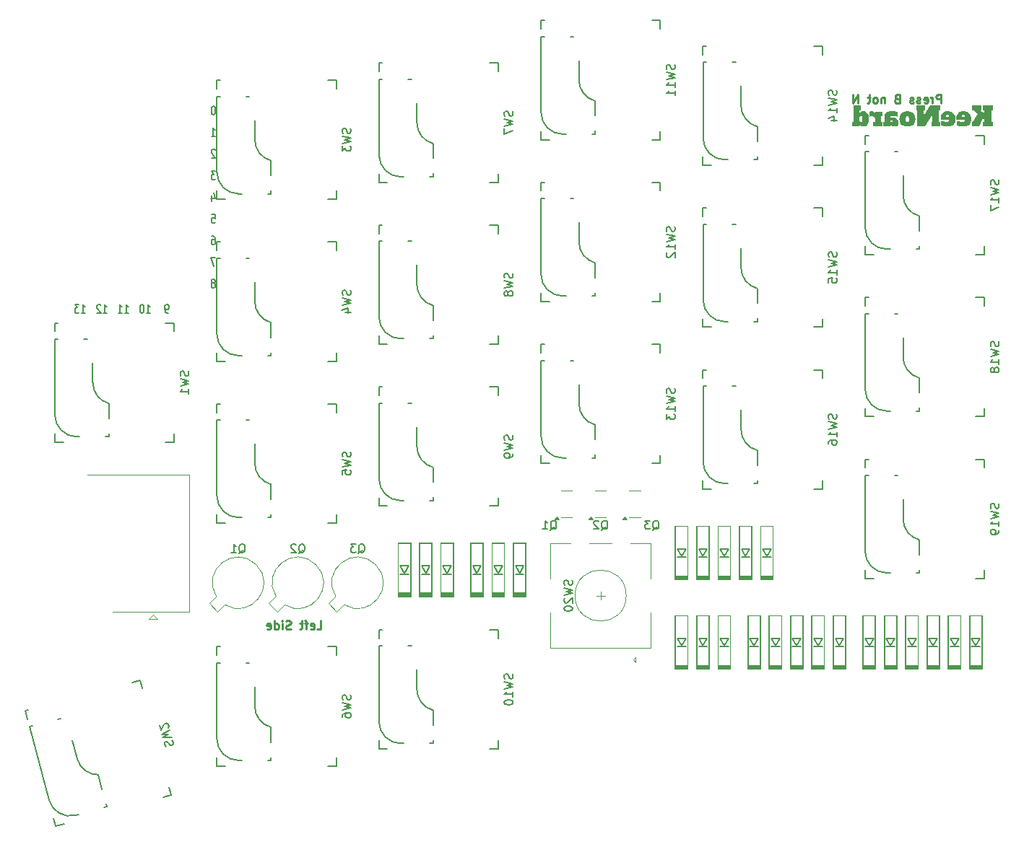
<source format=gbr>
%TF.GenerationSoftware,KiCad,Pcbnew,9.0.4*%
%TF.CreationDate,2025-10-31T22:45:31+09:00*%
%TF.ProjectId,KeeNoard-SMD,4b65654e-6f61-4726-942d-534d442e6b69,rev?*%
%TF.SameCoordinates,Original*%
%TF.FileFunction,Legend,Bot*%
%TF.FilePolarity,Positive*%
%FSLAX46Y46*%
G04 Gerber Fmt 4.6, Leading zero omitted, Abs format (unit mm)*
G04 Created by KiCad (PCBNEW 9.0.4) date 2025-10-31 22:45:31*
%MOMM*%
%LPD*%
G01*
G04 APERTURE LIST*
%ADD10C,0.300000*%
%ADD11C,0.250000*%
%ADD12C,0.150000*%
%ADD13C,0.000000*%
%ADD14C,0.120000*%
G04 APERTURE END LIST*
D10*
G36*
X146166721Y-37399308D02*
G01*
X146011028Y-37399308D01*
X146011028Y-37913000D01*
X146858808Y-37913000D01*
X147319706Y-36960709D01*
X147455517Y-37073012D01*
X147455517Y-37399308D01*
X147307750Y-37399308D01*
X147307750Y-37913000D01*
X148480482Y-37913000D01*
X148480482Y-37399308D01*
X148326536Y-37399308D01*
X148326536Y-36021852D01*
X148480482Y-36021852D01*
X148480482Y-35508160D01*
X147307750Y-35508160D01*
X147307750Y-36021852D01*
X147455517Y-36021852D01*
X147455517Y-36414912D01*
X146994081Y-36021852D01*
X147180805Y-36021852D01*
X147180805Y-35508160D01*
X146026477Y-35508160D01*
X146026477Y-36021852D01*
X146183110Y-36021852D01*
X146693577Y-36443659D01*
X146166721Y-37399308D01*
G37*
G36*
X145202532Y-36159269D02*
G01*
X145357354Y-36188991D01*
X145491896Y-36236070D01*
X145609007Y-36299549D01*
X145710927Y-36379448D01*
X145796705Y-36475598D01*
X145864692Y-36588076D01*
X145915172Y-36719380D01*
X145947168Y-36872839D01*
X145958504Y-37052459D01*
X145947168Y-37232078D01*
X145915172Y-37385537D01*
X145864692Y-37516841D01*
X145796705Y-37629319D01*
X145710927Y-37725470D01*
X145609007Y-37805368D01*
X145491896Y-37868847D01*
X145357354Y-37915927D01*
X145202532Y-37945648D01*
X145024080Y-37956121D01*
X144785269Y-37943764D01*
X144571779Y-37908298D01*
X144376913Y-37853589D01*
X144252871Y-37800428D01*
X144252871Y-37298961D01*
X144389751Y-37338626D01*
X144553644Y-37371635D01*
X144725227Y-37392233D01*
X144910031Y-37399308D01*
X145013264Y-37392041D01*
X145084480Y-37373339D01*
X145132084Y-37346515D01*
X145167712Y-37306749D01*
X145190204Y-37253348D01*
X145198445Y-37181822D01*
X145198445Y-37167583D01*
X144200481Y-37167583D01*
X144200481Y-36941633D01*
X144212377Y-36787553D01*
X144849715Y-36787553D01*
X144849715Y-36820196D01*
X145198445Y-36820196D01*
X145198445Y-36787553D01*
X145186252Y-36696722D01*
X145155055Y-36641264D01*
X145103286Y-36607403D01*
X145024080Y-36594784D01*
X144944753Y-36607059D01*
X144893239Y-36639786D01*
X144862102Y-36694280D01*
X144849715Y-36787553D01*
X144212377Y-36787553D01*
X144213346Y-36774997D01*
X144250416Y-36627265D01*
X144310555Y-36495252D01*
X144394190Y-36376492D01*
X144475113Y-36299267D01*
X144574755Y-36237118D01*
X144696407Y-36190113D01*
X144844439Y-36159740D01*
X145024080Y-36148797D01*
X145202532Y-36159269D01*
G37*
G36*
X143373446Y-36159269D02*
G01*
X143528268Y-36188991D01*
X143662810Y-36236070D01*
X143779922Y-36299549D01*
X143881841Y-36379448D01*
X143967619Y-36475598D01*
X144035606Y-36588076D01*
X144086086Y-36719380D01*
X144118082Y-36872839D01*
X144129418Y-37052459D01*
X144118082Y-37232078D01*
X144086086Y-37385537D01*
X144035606Y-37516841D01*
X143967619Y-37629319D01*
X143881841Y-37725470D01*
X143779922Y-37805368D01*
X143662810Y-37868847D01*
X143528268Y-37915927D01*
X143373446Y-37945648D01*
X143194994Y-37956121D01*
X142956184Y-37943764D01*
X142742693Y-37908298D01*
X142547827Y-37853589D01*
X142423785Y-37800428D01*
X142423785Y-37298961D01*
X142560666Y-37338626D01*
X142724558Y-37371635D01*
X142896141Y-37392233D01*
X143080945Y-37399308D01*
X143184178Y-37392041D01*
X143255394Y-37373339D01*
X143302998Y-37346515D01*
X143338627Y-37306749D01*
X143361118Y-37253348D01*
X143369359Y-37181822D01*
X143369359Y-37167583D01*
X142371395Y-37167583D01*
X142371395Y-36941633D01*
X142383291Y-36787553D01*
X143020629Y-36787553D01*
X143020629Y-36820196D01*
X143369359Y-36820196D01*
X143369359Y-36787553D01*
X143357167Y-36696722D01*
X143325969Y-36641264D01*
X143274200Y-36607403D01*
X143194994Y-36594784D01*
X143115667Y-36607059D01*
X143064153Y-36639786D01*
X143033016Y-36694280D01*
X143020629Y-36787553D01*
X142383291Y-36787553D01*
X142384260Y-36774997D01*
X142421331Y-36627265D01*
X142481469Y-36495252D01*
X142565104Y-36376492D01*
X142646028Y-36299267D01*
X142745669Y-36237118D01*
X142867321Y-36190113D01*
X143015353Y-36159740D01*
X143194994Y-36148797D01*
X143373446Y-36159269D01*
G37*
G36*
X140507785Y-35508160D02*
G01*
X139488999Y-35508160D01*
X139488999Y-36021852D01*
X139642946Y-36021852D01*
X139642946Y-37913000D01*
X140515039Y-37913000D01*
X141410910Y-36534065D01*
X141410910Y-37399308D01*
X141263009Y-37399308D01*
X141263009Y-37913000D01*
X142281794Y-37913000D01*
X142281794Y-37399308D01*
X142127848Y-37399308D01*
X142127848Y-36021852D01*
X142281794Y-36021852D01*
X142281794Y-35508160D01*
X141163333Y-35508160D01*
X140359884Y-36733148D01*
X140359884Y-36021852D01*
X140507785Y-36021852D01*
X140507785Y-35508160D01*
G37*
G36*
X138644905Y-36159269D02*
G01*
X138799727Y-36188991D01*
X138934269Y-36236070D01*
X139051380Y-36299549D01*
X139153300Y-36379448D01*
X139239078Y-36475598D01*
X139307065Y-36588076D01*
X139357544Y-36719380D01*
X139389541Y-36872839D01*
X139400877Y-37052459D01*
X139389541Y-37232078D01*
X139357544Y-37385537D01*
X139307065Y-37516841D01*
X139239078Y-37629319D01*
X139153300Y-37725470D01*
X139051380Y-37805368D01*
X138934269Y-37868847D01*
X138799727Y-37915927D01*
X138644905Y-37945648D01*
X138466452Y-37956121D01*
X138288000Y-37945648D01*
X138133178Y-37915927D01*
X137998636Y-37868847D01*
X137881525Y-37805368D01*
X137779605Y-37725470D01*
X137693775Y-37629312D01*
X137625751Y-37516829D01*
X137575246Y-37385525D01*
X137543235Y-37232070D01*
X137531894Y-37052459D01*
X137541580Y-36898512D01*
X138292087Y-36898512D01*
X138292087Y-37206405D01*
X138304317Y-37297340D01*
X138335611Y-37352829D01*
X138387269Y-37386684D01*
X138466452Y-37399308D01*
X138545659Y-37386689D01*
X138597428Y-37352829D01*
X138628621Y-37297354D01*
X138640817Y-37206405D01*
X138640817Y-36898512D01*
X138628621Y-36807564D01*
X138597428Y-36752089D01*
X138545659Y-36718228D01*
X138466452Y-36705609D01*
X138387269Y-36718233D01*
X138335611Y-36752089D01*
X138304317Y-36807577D01*
X138292087Y-36898512D01*
X137541580Y-36898512D01*
X137543020Y-36875618D01*
X137574507Y-36723623D01*
X137624316Y-36592730D01*
X137691554Y-36479818D01*
X137776515Y-36382537D01*
X137877284Y-36301774D01*
X137993952Y-36237502D01*
X138128909Y-36189725D01*
X138285210Y-36159481D01*
X138466452Y-36148797D01*
X138644905Y-36159269D01*
G37*
G36*
X136815133Y-36154888D02*
G01*
X137005441Y-36173514D01*
X137193194Y-36202692D01*
X137363305Y-36239069D01*
X137363305Y-36815360D01*
X137221932Y-36770028D01*
X137067234Y-36734894D01*
X136911082Y-36712646D01*
X136770760Y-36705609D01*
X136615504Y-36717038D01*
X136533124Y-36743357D01*
X136494577Y-36773983D01*
X136468529Y-36817789D01*
X136455076Y-36878900D01*
X136732141Y-36896683D01*
X136947484Y-36936406D01*
X137112327Y-36993131D01*
X137236363Y-37063472D01*
X137327423Y-37145893D01*
X137391012Y-37240909D01*
X137429810Y-37351056D01*
X137443368Y-37480580D01*
X137434102Y-37592892D01*
X137408023Y-37686721D01*
X137366594Y-37765493D01*
X137309706Y-37831728D01*
X137213566Y-37898799D01*
X137093626Y-37940964D01*
X136943244Y-37956121D01*
X136827574Y-37946870D01*
X136728808Y-37920615D01*
X136643949Y-37878610D01*
X136533227Y-37795177D01*
X136460852Y-37713111D01*
X136460852Y-37913000D01*
X135639134Y-37913000D01*
X135639134Y-37399308D01*
X135774676Y-37399308D01*
X135774676Y-37206405D01*
X136460852Y-37206405D01*
X136472663Y-37319988D01*
X136503033Y-37394741D01*
X136535507Y-37431794D01*
X136574687Y-37453372D01*
X136622859Y-37460833D01*
X136674715Y-37452540D01*
X136710713Y-37429802D01*
X136733695Y-37394625D01*
X136741744Y-37348127D01*
X136733293Y-37296993D01*
X136709264Y-37258110D01*
X136667995Y-37228436D01*
X136585943Y-37202535D01*
X136460852Y-37192300D01*
X136460852Y-37206405D01*
X135774676Y-37206405D01*
X135774676Y-36833764D01*
X135788928Y-36659297D01*
X135828353Y-36519112D01*
X135889884Y-36406439D01*
X135973221Y-36316311D01*
X136074946Y-36249828D01*
X136212185Y-36197370D01*
X136394219Y-36162000D01*
X136632128Y-36148797D01*
X136815133Y-36154888D01*
G37*
G36*
X134230378Y-36148797D02*
G01*
X134112299Y-36161290D01*
X134016653Y-36193530D01*
X134016653Y-36790911D01*
X134150977Y-36750149D01*
X134292037Y-36736506D01*
X134416351Y-36748953D01*
X134512803Y-36783171D01*
X134587705Y-36836988D01*
X134642847Y-36910369D01*
X134678172Y-37007471D01*
X134691142Y-37135611D01*
X134691142Y-37399308D01*
X134414012Y-37399308D01*
X134414012Y-37913000D01*
X135543623Y-37913000D01*
X135543623Y-37399308D01*
X135408214Y-37399308D01*
X135408214Y-36705609D01*
X135543623Y-36705609D01*
X135543623Y-36191918D01*
X134691142Y-36191918D01*
X134691142Y-36406852D01*
X134603182Y-36299864D01*
X134500523Y-36218785D01*
X134423107Y-36180765D01*
X134333898Y-36157101D01*
X134230378Y-36148797D01*
G37*
G36*
X133024600Y-36021852D02*
G01*
X132842981Y-36021852D01*
X132842981Y-36393150D01*
X132922861Y-36309424D01*
X133035212Y-36226307D01*
X133119818Y-36183647D01*
X133212745Y-36157712D01*
X133315969Y-36148797D01*
X133469485Y-36164623D01*
X133596670Y-36209402D01*
X133703104Y-36281851D01*
X133792182Y-36384418D01*
X133857367Y-36503662D01*
X133907346Y-36650881D01*
X133939954Y-36831651D01*
X133951770Y-37052459D01*
X133939956Y-37273259D01*
X133907351Y-37454056D01*
X133857371Y-37601324D01*
X133792182Y-37720634D01*
X133703112Y-37823135D01*
X133596682Y-37895544D01*
X133469495Y-37940302D01*
X133315969Y-37956121D01*
X133212745Y-37947206D01*
X133119818Y-37921271D01*
X133035212Y-37878610D01*
X132922861Y-37795494D01*
X132842981Y-37711768D01*
X132842981Y-37913000D01*
X131990366Y-37913000D01*
X131990366Y-37399308D01*
X132125908Y-37399308D01*
X132125908Y-36898512D01*
X132842981Y-36898512D01*
X132842981Y-37206405D01*
X132855211Y-37297340D01*
X132886505Y-37352829D01*
X132938145Y-37386689D01*
X133017211Y-37399308D01*
X133096417Y-37386689D01*
X133148187Y-37352829D01*
X133179380Y-37297354D01*
X133191576Y-37206405D01*
X133191576Y-36898512D01*
X133179380Y-36807564D01*
X133148187Y-36752089D01*
X133096417Y-36718228D01*
X133017211Y-36705609D01*
X132938145Y-36718228D01*
X132886505Y-36752089D01*
X132855211Y-36807577D01*
X132842981Y-36898512D01*
X132125908Y-36898512D01*
X132125908Y-35508160D01*
X133024600Y-35508160D01*
X133024600Y-36021852D01*
G37*
D11*
X142416667Y-35199619D02*
X142416667Y-34199619D01*
X142416667Y-34199619D02*
X142035715Y-34199619D01*
X142035715Y-34199619D02*
X141940477Y-34247238D01*
X141940477Y-34247238D02*
X141892858Y-34294857D01*
X141892858Y-34294857D02*
X141845239Y-34390095D01*
X141845239Y-34390095D02*
X141845239Y-34532952D01*
X141845239Y-34532952D02*
X141892858Y-34628190D01*
X141892858Y-34628190D02*
X141940477Y-34675809D01*
X141940477Y-34675809D02*
X142035715Y-34723428D01*
X142035715Y-34723428D02*
X142416667Y-34723428D01*
X141416667Y-35199619D02*
X141416667Y-34532952D01*
X141416667Y-34723428D02*
X141369048Y-34628190D01*
X141369048Y-34628190D02*
X141321429Y-34580571D01*
X141321429Y-34580571D02*
X141226191Y-34532952D01*
X141226191Y-34532952D02*
X141130953Y-34532952D01*
X140416667Y-35152000D02*
X140511905Y-35199619D01*
X140511905Y-35199619D02*
X140702381Y-35199619D01*
X140702381Y-35199619D02*
X140797619Y-35152000D01*
X140797619Y-35152000D02*
X140845238Y-35056761D01*
X140845238Y-35056761D02*
X140845238Y-34675809D01*
X140845238Y-34675809D02*
X140797619Y-34580571D01*
X140797619Y-34580571D02*
X140702381Y-34532952D01*
X140702381Y-34532952D02*
X140511905Y-34532952D01*
X140511905Y-34532952D02*
X140416667Y-34580571D01*
X140416667Y-34580571D02*
X140369048Y-34675809D01*
X140369048Y-34675809D02*
X140369048Y-34771047D01*
X140369048Y-34771047D02*
X140845238Y-34866285D01*
X139988095Y-35152000D02*
X139892857Y-35199619D01*
X139892857Y-35199619D02*
X139702381Y-35199619D01*
X139702381Y-35199619D02*
X139607143Y-35152000D01*
X139607143Y-35152000D02*
X139559524Y-35056761D01*
X139559524Y-35056761D02*
X139559524Y-35009142D01*
X139559524Y-35009142D02*
X139607143Y-34913904D01*
X139607143Y-34913904D02*
X139702381Y-34866285D01*
X139702381Y-34866285D02*
X139845238Y-34866285D01*
X139845238Y-34866285D02*
X139940476Y-34818666D01*
X139940476Y-34818666D02*
X139988095Y-34723428D01*
X139988095Y-34723428D02*
X139988095Y-34675809D01*
X139988095Y-34675809D02*
X139940476Y-34580571D01*
X139940476Y-34580571D02*
X139845238Y-34532952D01*
X139845238Y-34532952D02*
X139702381Y-34532952D01*
X139702381Y-34532952D02*
X139607143Y-34580571D01*
X139178571Y-35152000D02*
X139083333Y-35199619D01*
X139083333Y-35199619D02*
X138892857Y-35199619D01*
X138892857Y-35199619D02*
X138797619Y-35152000D01*
X138797619Y-35152000D02*
X138750000Y-35056761D01*
X138750000Y-35056761D02*
X138750000Y-35009142D01*
X138750000Y-35009142D02*
X138797619Y-34913904D01*
X138797619Y-34913904D02*
X138892857Y-34866285D01*
X138892857Y-34866285D02*
X139035714Y-34866285D01*
X139035714Y-34866285D02*
X139130952Y-34818666D01*
X139130952Y-34818666D02*
X139178571Y-34723428D01*
X139178571Y-34723428D02*
X139178571Y-34675809D01*
X139178571Y-34675809D02*
X139130952Y-34580571D01*
X139130952Y-34580571D02*
X139035714Y-34532952D01*
X139035714Y-34532952D02*
X138892857Y-34532952D01*
X138892857Y-34532952D02*
X138797619Y-34580571D01*
X137226190Y-34675809D02*
X137083333Y-34723428D01*
X137083333Y-34723428D02*
X137035714Y-34771047D01*
X137035714Y-34771047D02*
X136988095Y-34866285D01*
X136988095Y-34866285D02*
X136988095Y-35009142D01*
X136988095Y-35009142D02*
X137035714Y-35104380D01*
X137035714Y-35104380D02*
X137083333Y-35152000D01*
X137083333Y-35152000D02*
X137178571Y-35199619D01*
X137178571Y-35199619D02*
X137559523Y-35199619D01*
X137559523Y-35199619D02*
X137559523Y-34199619D01*
X137559523Y-34199619D02*
X137226190Y-34199619D01*
X137226190Y-34199619D02*
X137130952Y-34247238D01*
X137130952Y-34247238D02*
X137083333Y-34294857D01*
X137083333Y-34294857D02*
X137035714Y-34390095D01*
X137035714Y-34390095D02*
X137035714Y-34485333D01*
X137035714Y-34485333D02*
X137083333Y-34580571D01*
X137083333Y-34580571D02*
X137130952Y-34628190D01*
X137130952Y-34628190D02*
X137226190Y-34675809D01*
X137226190Y-34675809D02*
X137559523Y-34675809D01*
X135797618Y-34532952D02*
X135797618Y-35199619D01*
X135797618Y-34628190D02*
X135749999Y-34580571D01*
X135749999Y-34580571D02*
X135654761Y-34532952D01*
X135654761Y-34532952D02*
X135511904Y-34532952D01*
X135511904Y-34532952D02*
X135416666Y-34580571D01*
X135416666Y-34580571D02*
X135369047Y-34675809D01*
X135369047Y-34675809D02*
X135369047Y-35199619D01*
X134749999Y-35199619D02*
X134845237Y-35152000D01*
X134845237Y-35152000D02*
X134892856Y-35104380D01*
X134892856Y-35104380D02*
X134940475Y-35009142D01*
X134940475Y-35009142D02*
X134940475Y-34723428D01*
X134940475Y-34723428D02*
X134892856Y-34628190D01*
X134892856Y-34628190D02*
X134845237Y-34580571D01*
X134845237Y-34580571D02*
X134749999Y-34532952D01*
X134749999Y-34532952D02*
X134607142Y-34532952D01*
X134607142Y-34532952D02*
X134511904Y-34580571D01*
X134511904Y-34580571D02*
X134464285Y-34628190D01*
X134464285Y-34628190D02*
X134416666Y-34723428D01*
X134416666Y-34723428D02*
X134416666Y-35009142D01*
X134416666Y-35009142D02*
X134464285Y-35104380D01*
X134464285Y-35104380D02*
X134511904Y-35152000D01*
X134511904Y-35152000D02*
X134607142Y-35199619D01*
X134607142Y-35199619D02*
X134749999Y-35199619D01*
X134130951Y-34532952D02*
X133749999Y-34532952D01*
X133988094Y-34199619D02*
X133988094Y-35056761D01*
X133988094Y-35056761D02*
X133940475Y-35152000D01*
X133940475Y-35152000D02*
X133845237Y-35199619D01*
X133845237Y-35199619D02*
X133749999Y-35199619D01*
X132654760Y-35199619D02*
X132654760Y-34199619D01*
X132654760Y-34199619D02*
X132083332Y-35199619D01*
X132083332Y-35199619D02*
X132083332Y-34199619D01*
X69212093Y-96949619D02*
X69688283Y-96949619D01*
X69688283Y-96949619D02*
X69688283Y-95949619D01*
X68497807Y-96902000D02*
X68593045Y-96949619D01*
X68593045Y-96949619D02*
X68783521Y-96949619D01*
X68783521Y-96949619D02*
X68878759Y-96902000D01*
X68878759Y-96902000D02*
X68926378Y-96806761D01*
X68926378Y-96806761D02*
X68926378Y-96425809D01*
X68926378Y-96425809D02*
X68878759Y-96330571D01*
X68878759Y-96330571D02*
X68783521Y-96282952D01*
X68783521Y-96282952D02*
X68593045Y-96282952D01*
X68593045Y-96282952D02*
X68497807Y-96330571D01*
X68497807Y-96330571D02*
X68450188Y-96425809D01*
X68450188Y-96425809D02*
X68450188Y-96521047D01*
X68450188Y-96521047D02*
X68926378Y-96616285D01*
X68164473Y-96282952D02*
X67783521Y-96282952D01*
X68021616Y-96949619D02*
X68021616Y-96092476D01*
X68021616Y-96092476D02*
X67973997Y-95997238D01*
X67973997Y-95997238D02*
X67878759Y-95949619D01*
X67878759Y-95949619D02*
X67783521Y-95949619D01*
X67593044Y-96282952D02*
X67212092Y-96282952D01*
X67450187Y-95949619D02*
X67450187Y-96806761D01*
X67450187Y-96806761D02*
X67402568Y-96902000D01*
X67402568Y-96902000D02*
X67307330Y-96949619D01*
X67307330Y-96949619D02*
X67212092Y-96949619D01*
X66164472Y-96902000D02*
X66021615Y-96949619D01*
X66021615Y-96949619D02*
X65783520Y-96949619D01*
X65783520Y-96949619D02*
X65688282Y-96902000D01*
X65688282Y-96902000D02*
X65640663Y-96854380D01*
X65640663Y-96854380D02*
X65593044Y-96759142D01*
X65593044Y-96759142D02*
X65593044Y-96663904D01*
X65593044Y-96663904D02*
X65640663Y-96568666D01*
X65640663Y-96568666D02*
X65688282Y-96521047D01*
X65688282Y-96521047D02*
X65783520Y-96473428D01*
X65783520Y-96473428D02*
X65973996Y-96425809D01*
X65973996Y-96425809D02*
X66069234Y-96378190D01*
X66069234Y-96378190D02*
X66116853Y-96330571D01*
X66116853Y-96330571D02*
X66164472Y-96235333D01*
X66164472Y-96235333D02*
X66164472Y-96140095D01*
X66164472Y-96140095D02*
X66116853Y-96044857D01*
X66116853Y-96044857D02*
X66069234Y-95997238D01*
X66069234Y-95997238D02*
X65973996Y-95949619D01*
X65973996Y-95949619D02*
X65735901Y-95949619D01*
X65735901Y-95949619D02*
X65593044Y-95997238D01*
X65164472Y-96949619D02*
X65164472Y-96282952D01*
X65164472Y-95949619D02*
X65212091Y-95997238D01*
X65212091Y-95997238D02*
X65164472Y-96044857D01*
X65164472Y-96044857D02*
X65116853Y-95997238D01*
X65116853Y-95997238D02*
X65164472Y-95949619D01*
X65164472Y-95949619D02*
X65164472Y-96044857D01*
X64259711Y-96949619D02*
X64259711Y-95949619D01*
X64259711Y-96902000D02*
X64354949Y-96949619D01*
X64354949Y-96949619D02*
X64545425Y-96949619D01*
X64545425Y-96949619D02*
X64640663Y-96902000D01*
X64640663Y-96902000D02*
X64688282Y-96854380D01*
X64688282Y-96854380D02*
X64735901Y-96759142D01*
X64735901Y-96759142D02*
X64735901Y-96473428D01*
X64735901Y-96473428D02*
X64688282Y-96378190D01*
X64688282Y-96378190D02*
X64640663Y-96330571D01*
X64640663Y-96330571D02*
X64545425Y-96282952D01*
X64545425Y-96282952D02*
X64354949Y-96282952D01*
X64354949Y-96282952D02*
X64259711Y-96330571D01*
X63402568Y-96902000D02*
X63497806Y-96949619D01*
X63497806Y-96949619D02*
X63688282Y-96949619D01*
X63688282Y-96949619D02*
X63783520Y-96902000D01*
X63783520Y-96902000D02*
X63831139Y-96806761D01*
X63831139Y-96806761D02*
X63831139Y-96425809D01*
X63831139Y-96425809D02*
X63783520Y-96330571D01*
X63783520Y-96330571D02*
X63688282Y-96282952D01*
X63688282Y-96282952D02*
X63497806Y-96282952D01*
X63497806Y-96282952D02*
X63402568Y-96330571D01*
X63402568Y-96330571D02*
X63354949Y-96425809D01*
X63354949Y-96425809D02*
X63354949Y-96521047D01*
X63354949Y-96521047D02*
X63831139Y-96616285D01*
D12*
X60095238Y-88040057D02*
X60190476Y-87992438D01*
X60190476Y-87992438D02*
X60285714Y-87897200D01*
X60285714Y-87897200D02*
X60428571Y-87754342D01*
X60428571Y-87754342D02*
X60523809Y-87706723D01*
X60523809Y-87706723D02*
X60619047Y-87706723D01*
X60571428Y-87944819D02*
X60666666Y-87897200D01*
X60666666Y-87897200D02*
X60761904Y-87801961D01*
X60761904Y-87801961D02*
X60809523Y-87611485D01*
X60809523Y-87611485D02*
X60809523Y-87278152D01*
X60809523Y-87278152D02*
X60761904Y-87087676D01*
X60761904Y-87087676D02*
X60666666Y-86992438D01*
X60666666Y-86992438D02*
X60571428Y-86944819D01*
X60571428Y-86944819D02*
X60380952Y-86944819D01*
X60380952Y-86944819D02*
X60285714Y-86992438D01*
X60285714Y-86992438D02*
X60190476Y-87087676D01*
X60190476Y-87087676D02*
X60142857Y-87278152D01*
X60142857Y-87278152D02*
X60142857Y-87611485D01*
X60142857Y-87611485D02*
X60190476Y-87801961D01*
X60190476Y-87801961D02*
X60285714Y-87897200D01*
X60285714Y-87897200D02*
X60380952Y-87944819D01*
X60380952Y-87944819D02*
X60571428Y-87944819D01*
X59190476Y-87944819D02*
X59761904Y-87944819D01*
X59476190Y-87944819D02*
X59476190Y-86944819D01*
X59476190Y-86944819D02*
X59571428Y-87087676D01*
X59571428Y-87087676D02*
X59666666Y-87182914D01*
X59666666Y-87182914D02*
X59761904Y-87230533D01*
X99157200Y-91190476D02*
X99204819Y-91333333D01*
X99204819Y-91333333D02*
X99204819Y-91571428D01*
X99204819Y-91571428D02*
X99157200Y-91666666D01*
X99157200Y-91666666D02*
X99109580Y-91714285D01*
X99109580Y-91714285D02*
X99014342Y-91761904D01*
X99014342Y-91761904D02*
X98919104Y-91761904D01*
X98919104Y-91761904D02*
X98823866Y-91714285D01*
X98823866Y-91714285D02*
X98776247Y-91666666D01*
X98776247Y-91666666D02*
X98728628Y-91571428D01*
X98728628Y-91571428D02*
X98681009Y-91380952D01*
X98681009Y-91380952D02*
X98633390Y-91285714D01*
X98633390Y-91285714D02*
X98585771Y-91238095D01*
X98585771Y-91238095D02*
X98490533Y-91190476D01*
X98490533Y-91190476D02*
X98395295Y-91190476D01*
X98395295Y-91190476D02*
X98300057Y-91238095D01*
X98300057Y-91238095D02*
X98252438Y-91285714D01*
X98252438Y-91285714D02*
X98204819Y-91380952D01*
X98204819Y-91380952D02*
X98204819Y-91619047D01*
X98204819Y-91619047D02*
X98252438Y-91761904D01*
X98204819Y-92095238D02*
X99204819Y-92333333D01*
X99204819Y-92333333D02*
X98490533Y-92523809D01*
X98490533Y-92523809D02*
X99204819Y-92714285D01*
X99204819Y-92714285D02*
X98204819Y-92952381D01*
X98300057Y-93285714D02*
X98252438Y-93333333D01*
X98252438Y-93333333D02*
X98204819Y-93428571D01*
X98204819Y-93428571D02*
X98204819Y-93666666D01*
X98204819Y-93666666D02*
X98252438Y-93761904D01*
X98252438Y-93761904D02*
X98300057Y-93809523D01*
X98300057Y-93809523D02*
X98395295Y-93857142D01*
X98395295Y-93857142D02*
X98490533Y-93857142D01*
X98490533Y-93857142D02*
X98633390Y-93809523D01*
X98633390Y-93809523D02*
X99204819Y-93238095D01*
X99204819Y-93238095D02*
X99204819Y-93857142D01*
X98204819Y-94476190D02*
X98204819Y-94571428D01*
X98204819Y-94571428D02*
X98252438Y-94666666D01*
X98252438Y-94666666D02*
X98300057Y-94714285D01*
X98300057Y-94714285D02*
X98395295Y-94761904D01*
X98395295Y-94761904D02*
X98585771Y-94809523D01*
X98585771Y-94809523D02*
X98823866Y-94809523D01*
X98823866Y-94809523D02*
X99014342Y-94761904D01*
X99014342Y-94761904D02*
X99109580Y-94714285D01*
X99109580Y-94714285D02*
X99157200Y-94666666D01*
X99157200Y-94666666D02*
X99204819Y-94571428D01*
X99204819Y-94571428D02*
X99204819Y-94476190D01*
X99204819Y-94476190D02*
X99157200Y-94380952D01*
X99157200Y-94380952D02*
X99109580Y-94333333D01*
X99109580Y-94333333D02*
X99014342Y-94285714D01*
X99014342Y-94285714D02*
X98823866Y-94238095D01*
X98823866Y-94238095D02*
X98585771Y-94238095D01*
X98585771Y-94238095D02*
X98395295Y-94285714D01*
X98395295Y-94285714D02*
X98300057Y-94333333D01*
X98300057Y-94333333D02*
X98252438Y-94380952D01*
X98252438Y-94380952D02*
X98204819Y-94476190D01*
X73162200Y-104666667D02*
X73209819Y-104809524D01*
X73209819Y-104809524D02*
X73209819Y-105047619D01*
X73209819Y-105047619D02*
X73162200Y-105142857D01*
X73162200Y-105142857D02*
X73114580Y-105190476D01*
X73114580Y-105190476D02*
X73019342Y-105238095D01*
X73019342Y-105238095D02*
X72924104Y-105238095D01*
X72924104Y-105238095D02*
X72828866Y-105190476D01*
X72828866Y-105190476D02*
X72781247Y-105142857D01*
X72781247Y-105142857D02*
X72733628Y-105047619D01*
X72733628Y-105047619D02*
X72686009Y-104857143D01*
X72686009Y-104857143D02*
X72638390Y-104761905D01*
X72638390Y-104761905D02*
X72590771Y-104714286D01*
X72590771Y-104714286D02*
X72495533Y-104666667D01*
X72495533Y-104666667D02*
X72400295Y-104666667D01*
X72400295Y-104666667D02*
X72305057Y-104714286D01*
X72305057Y-104714286D02*
X72257438Y-104761905D01*
X72257438Y-104761905D02*
X72209819Y-104857143D01*
X72209819Y-104857143D02*
X72209819Y-105095238D01*
X72209819Y-105095238D02*
X72257438Y-105238095D01*
X72209819Y-105571429D02*
X73209819Y-105809524D01*
X73209819Y-105809524D02*
X72495533Y-106000000D01*
X72495533Y-106000000D02*
X73209819Y-106190476D01*
X73209819Y-106190476D02*
X72209819Y-106428572D01*
X72209819Y-107238095D02*
X72209819Y-107047619D01*
X72209819Y-107047619D02*
X72257438Y-106952381D01*
X72257438Y-106952381D02*
X72305057Y-106904762D01*
X72305057Y-106904762D02*
X72447914Y-106809524D01*
X72447914Y-106809524D02*
X72638390Y-106761905D01*
X72638390Y-106761905D02*
X73019342Y-106761905D01*
X73019342Y-106761905D02*
X73114580Y-106809524D01*
X73114580Y-106809524D02*
X73162200Y-106857143D01*
X73162200Y-106857143D02*
X73209819Y-106952381D01*
X73209819Y-106952381D02*
X73209819Y-107142857D01*
X73209819Y-107142857D02*
X73162200Y-107238095D01*
X73162200Y-107238095D02*
X73114580Y-107285714D01*
X73114580Y-107285714D02*
X73019342Y-107333333D01*
X73019342Y-107333333D02*
X72781247Y-107333333D01*
X72781247Y-107333333D02*
X72686009Y-107285714D01*
X72686009Y-107285714D02*
X72638390Y-107238095D01*
X72638390Y-107238095D02*
X72590771Y-107142857D01*
X72590771Y-107142857D02*
X72590771Y-106952381D01*
X72590771Y-106952381D02*
X72638390Y-106857143D01*
X72638390Y-106857143D02*
X72686009Y-106809524D01*
X72686009Y-106809524D02*
X72781247Y-106761905D01*
X67095238Y-88040057D02*
X67190476Y-87992438D01*
X67190476Y-87992438D02*
X67285714Y-87897200D01*
X67285714Y-87897200D02*
X67428571Y-87754342D01*
X67428571Y-87754342D02*
X67523809Y-87706723D01*
X67523809Y-87706723D02*
X67619047Y-87706723D01*
X67571428Y-87944819D02*
X67666666Y-87897200D01*
X67666666Y-87897200D02*
X67761904Y-87801961D01*
X67761904Y-87801961D02*
X67809523Y-87611485D01*
X67809523Y-87611485D02*
X67809523Y-87278152D01*
X67809523Y-87278152D02*
X67761904Y-87087676D01*
X67761904Y-87087676D02*
X67666666Y-86992438D01*
X67666666Y-86992438D02*
X67571428Y-86944819D01*
X67571428Y-86944819D02*
X67380952Y-86944819D01*
X67380952Y-86944819D02*
X67285714Y-86992438D01*
X67285714Y-86992438D02*
X67190476Y-87087676D01*
X67190476Y-87087676D02*
X67142857Y-87278152D01*
X67142857Y-87278152D02*
X67142857Y-87611485D01*
X67142857Y-87611485D02*
X67190476Y-87801961D01*
X67190476Y-87801961D02*
X67285714Y-87897200D01*
X67285714Y-87897200D02*
X67380952Y-87944819D01*
X67380952Y-87944819D02*
X67571428Y-87944819D01*
X66761904Y-87040057D02*
X66714285Y-86992438D01*
X66714285Y-86992438D02*
X66619047Y-86944819D01*
X66619047Y-86944819D02*
X66380952Y-86944819D01*
X66380952Y-86944819D02*
X66285714Y-86992438D01*
X66285714Y-86992438D02*
X66238095Y-87040057D01*
X66238095Y-87040057D02*
X66190476Y-87135295D01*
X66190476Y-87135295D02*
X66190476Y-87230533D01*
X66190476Y-87230533D02*
X66238095Y-87373390D01*
X66238095Y-87373390D02*
X66809523Y-87944819D01*
X66809523Y-87944819D02*
X66190476Y-87944819D01*
X73162200Y-38166667D02*
X73209819Y-38309524D01*
X73209819Y-38309524D02*
X73209819Y-38547619D01*
X73209819Y-38547619D02*
X73162200Y-38642857D01*
X73162200Y-38642857D02*
X73114580Y-38690476D01*
X73114580Y-38690476D02*
X73019342Y-38738095D01*
X73019342Y-38738095D02*
X72924104Y-38738095D01*
X72924104Y-38738095D02*
X72828866Y-38690476D01*
X72828866Y-38690476D02*
X72781247Y-38642857D01*
X72781247Y-38642857D02*
X72733628Y-38547619D01*
X72733628Y-38547619D02*
X72686009Y-38357143D01*
X72686009Y-38357143D02*
X72638390Y-38261905D01*
X72638390Y-38261905D02*
X72590771Y-38214286D01*
X72590771Y-38214286D02*
X72495533Y-38166667D01*
X72495533Y-38166667D02*
X72400295Y-38166667D01*
X72400295Y-38166667D02*
X72305057Y-38214286D01*
X72305057Y-38214286D02*
X72257438Y-38261905D01*
X72257438Y-38261905D02*
X72209819Y-38357143D01*
X72209819Y-38357143D02*
X72209819Y-38595238D01*
X72209819Y-38595238D02*
X72257438Y-38738095D01*
X72209819Y-39071429D02*
X73209819Y-39309524D01*
X73209819Y-39309524D02*
X72495533Y-39500000D01*
X72495533Y-39500000D02*
X73209819Y-39690476D01*
X73209819Y-39690476D02*
X72209819Y-39928572D01*
X72209819Y-40214286D02*
X72209819Y-40833333D01*
X72209819Y-40833333D02*
X72590771Y-40500000D01*
X72590771Y-40500000D02*
X72590771Y-40642857D01*
X72590771Y-40642857D02*
X72638390Y-40738095D01*
X72638390Y-40738095D02*
X72686009Y-40785714D01*
X72686009Y-40785714D02*
X72781247Y-40833333D01*
X72781247Y-40833333D02*
X73019342Y-40833333D01*
X73019342Y-40833333D02*
X73114580Y-40785714D01*
X73114580Y-40785714D02*
X73162200Y-40738095D01*
X73162200Y-40738095D02*
X73209819Y-40642857D01*
X73209819Y-40642857D02*
X73209819Y-40357143D01*
X73209819Y-40357143D02*
X73162200Y-40261905D01*
X73162200Y-40261905D02*
X73114580Y-40214286D01*
X73162200Y-57166667D02*
X73209819Y-57309524D01*
X73209819Y-57309524D02*
X73209819Y-57547619D01*
X73209819Y-57547619D02*
X73162200Y-57642857D01*
X73162200Y-57642857D02*
X73114580Y-57690476D01*
X73114580Y-57690476D02*
X73019342Y-57738095D01*
X73019342Y-57738095D02*
X72924104Y-57738095D01*
X72924104Y-57738095D02*
X72828866Y-57690476D01*
X72828866Y-57690476D02*
X72781247Y-57642857D01*
X72781247Y-57642857D02*
X72733628Y-57547619D01*
X72733628Y-57547619D02*
X72686009Y-57357143D01*
X72686009Y-57357143D02*
X72638390Y-57261905D01*
X72638390Y-57261905D02*
X72590771Y-57214286D01*
X72590771Y-57214286D02*
X72495533Y-57166667D01*
X72495533Y-57166667D02*
X72400295Y-57166667D01*
X72400295Y-57166667D02*
X72305057Y-57214286D01*
X72305057Y-57214286D02*
X72257438Y-57261905D01*
X72257438Y-57261905D02*
X72209819Y-57357143D01*
X72209819Y-57357143D02*
X72209819Y-57595238D01*
X72209819Y-57595238D02*
X72257438Y-57738095D01*
X72209819Y-58071429D02*
X73209819Y-58309524D01*
X73209819Y-58309524D02*
X72495533Y-58500000D01*
X72495533Y-58500000D02*
X73209819Y-58690476D01*
X73209819Y-58690476D02*
X72209819Y-58928572D01*
X72543152Y-59738095D02*
X73209819Y-59738095D01*
X72162200Y-59500000D02*
X72876485Y-59261905D01*
X72876485Y-59261905D02*
X72876485Y-59880952D01*
X111162200Y-68690476D02*
X111209819Y-68833333D01*
X111209819Y-68833333D02*
X111209819Y-69071428D01*
X111209819Y-69071428D02*
X111162200Y-69166666D01*
X111162200Y-69166666D02*
X111114580Y-69214285D01*
X111114580Y-69214285D02*
X111019342Y-69261904D01*
X111019342Y-69261904D02*
X110924104Y-69261904D01*
X110924104Y-69261904D02*
X110828866Y-69214285D01*
X110828866Y-69214285D02*
X110781247Y-69166666D01*
X110781247Y-69166666D02*
X110733628Y-69071428D01*
X110733628Y-69071428D02*
X110686009Y-68880952D01*
X110686009Y-68880952D02*
X110638390Y-68785714D01*
X110638390Y-68785714D02*
X110590771Y-68738095D01*
X110590771Y-68738095D02*
X110495533Y-68690476D01*
X110495533Y-68690476D02*
X110400295Y-68690476D01*
X110400295Y-68690476D02*
X110305057Y-68738095D01*
X110305057Y-68738095D02*
X110257438Y-68785714D01*
X110257438Y-68785714D02*
X110209819Y-68880952D01*
X110209819Y-68880952D02*
X110209819Y-69119047D01*
X110209819Y-69119047D02*
X110257438Y-69261904D01*
X110209819Y-69595238D02*
X111209819Y-69833333D01*
X111209819Y-69833333D02*
X110495533Y-70023809D01*
X110495533Y-70023809D02*
X111209819Y-70214285D01*
X111209819Y-70214285D02*
X110209819Y-70452381D01*
X111209819Y-71357142D02*
X111209819Y-70785714D01*
X111209819Y-71071428D02*
X110209819Y-71071428D01*
X110209819Y-71071428D02*
X110352676Y-70976190D01*
X110352676Y-70976190D02*
X110447914Y-70880952D01*
X110447914Y-70880952D02*
X110495533Y-70785714D01*
X110209819Y-71690476D02*
X110209819Y-72309523D01*
X110209819Y-72309523D02*
X110590771Y-71976190D01*
X110590771Y-71976190D02*
X110590771Y-72119047D01*
X110590771Y-72119047D02*
X110638390Y-72214285D01*
X110638390Y-72214285D02*
X110686009Y-72261904D01*
X110686009Y-72261904D02*
X110781247Y-72309523D01*
X110781247Y-72309523D02*
X111019342Y-72309523D01*
X111019342Y-72309523D02*
X111114580Y-72261904D01*
X111114580Y-72261904D02*
X111162200Y-72214285D01*
X111162200Y-72214285D02*
X111209819Y-72119047D01*
X111209819Y-72119047D02*
X111209819Y-71833333D01*
X111209819Y-71833333D02*
X111162200Y-71738095D01*
X111162200Y-71738095D02*
X111114580Y-71690476D01*
X44171792Y-59835819D02*
X44628935Y-59835819D01*
X44400363Y-59835819D02*
X44400363Y-58835819D01*
X44400363Y-58835819D02*
X44476554Y-58978676D01*
X44476554Y-58978676D02*
X44552744Y-59073914D01*
X44552744Y-59073914D02*
X44628935Y-59121533D01*
X43867030Y-58931057D02*
X43828934Y-58883438D01*
X43828934Y-58883438D02*
X43752744Y-58835819D01*
X43752744Y-58835819D02*
X43562268Y-58835819D01*
X43562268Y-58835819D02*
X43486077Y-58883438D01*
X43486077Y-58883438D02*
X43447982Y-58931057D01*
X43447982Y-58931057D02*
X43409887Y-59026295D01*
X43409887Y-59026295D02*
X43409887Y-59121533D01*
X43409887Y-59121533D02*
X43447982Y-59264390D01*
X43447982Y-59264390D02*
X43905125Y-59835819D01*
X43905125Y-59835819D02*
X43409887Y-59835819D01*
X56889887Y-48261569D02*
X57270839Y-48261569D01*
X57270839Y-48261569D02*
X57308935Y-48737759D01*
X57308935Y-48737759D02*
X57270839Y-48690140D01*
X57270839Y-48690140D02*
X57194649Y-48642521D01*
X57194649Y-48642521D02*
X57004173Y-48642521D01*
X57004173Y-48642521D02*
X56927982Y-48690140D01*
X56927982Y-48690140D02*
X56889887Y-48737759D01*
X56889887Y-48737759D02*
X56851792Y-48832997D01*
X56851792Y-48832997D02*
X56851792Y-49071092D01*
X56851792Y-49071092D02*
X56889887Y-49166330D01*
X56889887Y-49166330D02*
X56927982Y-49213950D01*
X56927982Y-49213950D02*
X57004173Y-49261569D01*
X57004173Y-49261569D02*
X57194649Y-49261569D01*
X57194649Y-49261569D02*
X57270839Y-49213950D01*
X57270839Y-49213950D02*
X57308935Y-49166330D01*
X57118458Y-35561569D02*
X57042268Y-35561569D01*
X57042268Y-35561569D02*
X56966077Y-35609188D01*
X56966077Y-35609188D02*
X56927982Y-35656807D01*
X56927982Y-35656807D02*
X56889887Y-35752045D01*
X56889887Y-35752045D02*
X56851792Y-35942521D01*
X56851792Y-35942521D02*
X56851792Y-36180616D01*
X56851792Y-36180616D02*
X56889887Y-36371092D01*
X56889887Y-36371092D02*
X56927982Y-36466330D01*
X56927982Y-36466330D02*
X56966077Y-36513950D01*
X56966077Y-36513950D02*
X57042268Y-36561569D01*
X57042268Y-36561569D02*
X57118458Y-36561569D01*
X57118458Y-36561569D02*
X57194649Y-36513950D01*
X57194649Y-36513950D02*
X57232744Y-36466330D01*
X57232744Y-36466330D02*
X57270839Y-36371092D01*
X57270839Y-36371092D02*
X57308935Y-36180616D01*
X57308935Y-36180616D02*
X57308935Y-35942521D01*
X57308935Y-35942521D02*
X57270839Y-35752045D01*
X57270839Y-35752045D02*
X57232744Y-35656807D01*
X57232744Y-35656807D02*
X57194649Y-35609188D01*
X57194649Y-35609188D02*
X57118458Y-35561569D01*
X57156554Y-56310140D02*
X57232744Y-56262521D01*
X57232744Y-56262521D02*
X57270839Y-56214902D01*
X57270839Y-56214902D02*
X57308935Y-56119664D01*
X57308935Y-56119664D02*
X57308935Y-56072045D01*
X57308935Y-56072045D02*
X57270839Y-55976807D01*
X57270839Y-55976807D02*
X57232744Y-55929188D01*
X57232744Y-55929188D02*
X57156554Y-55881569D01*
X57156554Y-55881569D02*
X57004173Y-55881569D01*
X57004173Y-55881569D02*
X56927982Y-55929188D01*
X56927982Y-55929188D02*
X56889887Y-55976807D01*
X56889887Y-55976807D02*
X56851792Y-56072045D01*
X56851792Y-56072045D02*
X56851792Y-56119664D01*
X56851792Y-56119664D02*
X56889887Y-56214902D01*
X56889887Y-56214902D02*
X56927982Y-56262521D01*
X56927982Y-56262521D02*
X57004173Y-56310140D01*
X57004173Y-56310140D02*
X57156554Y-56310140D01*
X57156554Y-56310140D02*
X57232744Y-56357759D01*
X57232744Y-56357759D02*
X57270839Y-56405378D01*
X57270839Y-56405378D02*
X57308935Y-56500616D01*
X57308935Y-56500616D02*
X57308935Y-56691092D01*
X57308935Y-56691092D02*
X57270839Y-56786330D01*
X57270839Y-56786330D02*
X57232744Y-56833950D01*
X57232744Y-56833950D02*
X57156554Y-56881569D01*
X57156554Y-56881569D02*
X57004173Y-56881569D01*
X57004173Y-56881569D02*
X56927982Y-56833950D01*
X56927982Y-56833950D02*
X56889887Y-56786330D01*
X56889887Y-56786330D02*
X56851792Y-56691092D01*
X56851792Y-56691092D02*
X56851792Y-56500616D01*
X56851792Y-56500616D02*
X56889887Y-56405378D01*
X56889887Y-56405378D02*
X56927982Y-56357759D01*
X56927982Y-56357759D02*
X57004173Y-56310140D01*
X56927982Y-46054902D02*
X56927982Y-46721569D01*
X57118458Y-45673950D02*
X57308935Y-46388235D01*
X57308935Y-46388235D02*
X56813696Y-46388235D01*
X56927982Y-50801569D02*
X57080363Y-50801569D01*
X57080363Y-50801569D02*
X57156554Y-50849188D01*
X57156554Y-50849188D02*
X57194649Y-50896807D01*
X57194649Y-50896807D02*
X57270839Y-51039664D01*
X57270839Y-51039664D02*
X57308935Y-51230140D01*
X57308935Y-51230140D02*
X57308935Y-51611092D01*
X57308935Y-51611092D02*
X57270839Y-51706330D01*
X57270839Y-51706330D02*
X57232744Y-51753950D01*
X57232744Y-51753950D02*
X57156554Y-51801569D01*
X57156554Y-51801569D02*
X57004173Y-51801569D01*
X57004173Y-51801569D02*
X56927982Y-51753950D01*
X56927982Y-51753950D02*
X56889887Y-51706330D01*
X56889887Y-51706330D02*
X56851792Y-51611092D01*
X56851792Y-51611092D02*
X56851792Y-51372997D01*
X56851792Y-51372997D02*
X56889887Y-51277759D01*
X56889887Y-51277759D02*
X56927982Y-51230140D01*
X56927982Y-51230140D02*
X57004173Y-51182521D01*
X57004173Y-51182521D02*
X57156554Y-51182521D01*
X57156554Y-51182521D02*
X57232744Y-51230140D01*
X57232744Y-51230140D02*
X57270839Y-51277759D01*
X57270839Y-51277759D02*
X57308935Y-51372997D01*
X56851792Y-39101569D02*
X57308935Y-39101569D01*
X57080363Y-39101569D02*
X57080363Y-38101569D01*
X57080363Y-38101569D02*
X57156554Y-38244426D01*
X57156554Y-38244426D02*
X57232744Y-38339664D01*
X57232744Y-38339664D02*
X57308935Y-38387283D01*
X49251792Y-59835819D02*
X49708935Y-59835819D01*
X49480363Y-59835819D02*
X49480363Y-58835819D01*
X49480363Y-58835819D02*
X49556554Y-58978676D01*
X49556554Y-58978676D02*
X49632744Y-59073914D01*
X49632744Y-59073914D02*
X49708935Y-59121533D01*
X48756553Y-58835819D02*
X48680363Y-58835819D01*
X48680363Y-58835819D02*
X48604172Y-58883438D01*
X48604172Y-58883438D02*
X48566077Y-58931057D01*
X48566077Y-58931057D02*
X48527982Y-59026295D01*
X48527982Y-59026295D02*
X48489887Y-59216771D01*
X48489887Y-59216771D02*
X48489887Y-59454866D01*
X48489887Y-59454866D02*
X48527982Y-59645342D01*
X48527982Y-59645342D02*
X48566077Y-59740580D01*
X48566077Y-59740580D02*
X48604172Y-59788200D01*
X48604172Y-59788200D02*
X48680363Y-59835819D01*
X48680363Y-59835819D02*
X48756553Y-59835819D01*
X48756553Y-59835819D02*
X48832744Y-59788200D01*
X48832744Y-59788200D02*
X48870839Y-59740580D01*
X48870839Y-59740580D02*
X48908934Y-59645342D01*
X48908934Y-59645342D02*
X48947030Y-59454866D01*
X48947030Y-59454866D02*
X48947030Y-59216771D01*
X48947030Y-59216771D02*
X48908934Y-59026295D01*
X48908934Y-59026295D02*
X48870839Y-58931057D01*
X48870839Y-58931057D02*
X48832744Y-58883438D01*
X48832744Y-58883438D02*
X48756553Y-58835819D01*
X51778697Y-59835819D02*
X51626316Y-59835819D01*
X51626316Y-59835819D02*
X51550126Y-59788200D01*
X51550126Y-59788200D02*
X51512030Y-59740580D01*
X51512030Y-59740580D02*
X51435840Y-59597723D01*
X51435840Y-59597723D02*
X51397745Y-59407247D01*
X51397745Y-59407247D02*
X51397745Y-59026295D01*
X51397745Y-59026295D02*
X51435840Y-58931057D01*
X51435840Y-58931057D02*
X51473935Y-58883438D01*
X51473935Y-58883438D02*
X51550126Y-58835819D01*
X51550126Y-58835819D02*
X51702507Y-58835819D01*
X51702507Y-58835819D02*
X51778697Y-58883438D01*
X51778697Y-58883438D02*
X51816792Y-58931057D01*
X51816792Y-58931057D02*
X51854888Y-59026295D01*
X51854888Y-59026295D02*
X51854888Y-59264390D01*
X51854888Y-59264390D02*
X51816792Y-59359628D01*
X51816792Y-59359628D02*
X51778697Y-59407247D01*
X51778697Y-59407247D02*
X51702507Y-59454866D01*
X51702507Y-59454866D02*
X51550126Y-59454866D01*
X51550126Y-59454866D02*
X51473935Y-59407247D01*
X51473935Y-59407247D02*
X51435840Y-59359628D01*
X51435840Y-59359628D02*
X51397745Y-59264390D01*
X57308935Y-40736807D02*
X57270839Y-40689188D01*
X57270839Y-40689188D02*
X57194649Y-40641569D01*
X57194649Y-40641569D02*
X57004173Y-40641569D01*
X57004173Y-40641569D02*
X56927982Y-40689188D01*
X56927982Y-40689188D02*
X56889887Y-40736807D01*
X56889887Y-40736807D02*
X56851792Y-40832045D01*
X56851792Y-40832045D02*
X56851792Y-40927283D01*
X56851792Y-40927283D02*
X56889887Y-41070140D01*
X56889887Y-41070140D02*
X57347030Y-41641569D01*
X57347030Y-41641569D02*
X56851792Y-41641569D01*
X41618697Y-59835819D02*
X42075840Y-59835819D01*
X41847268Y-59835819D02*
X41847268Y-58835819D01*
X41847268Y-58835819D02*
X41923459Y-58978676D01*
X41923459Y-58978676D02*
X41999649Y-59073914D01*
X41999649Y-59073914D02*
X42075840Y-59121533D01*
X41352030Y-58835819D02*
X40856792Y-58835819D01*
X40856792Y-58835819D02*
X41123458Y-59216771D01*
X41123458Y-59216771D02*
X41009173Y-59216771D01*
X41009173Y-59216771D02*
X40932982Y-59264390D01*
X40932982Y-59264390D02*
X40894887Y-59312009D01*
X40894887Y-59312009D02*
X40856792Y-59407247D01*
X40856792Y-59407247D02*
X40856792Y-59645342D01*
X40856792Y-59645342D02*
X40894887Y-59740580D01*
X40894887Y-59740580D02*
X40932982Y-59788200D01*
X40932982Y-59788200D02*
X41009173Y-59835819D01*
X41009173Y-59835819D02*
X41237744Y-59835819D01*
X41237744Y-59835819D02*
X41313935Y-59788200D01*
X41313935Y-59788200D02*
X41352030Y-59740580D01*
X57347030Y-53341569D02*
X56813696Y-53341569D01*
X56813696Y-53341569D02*
X57156554Y-54341569D01*
X57347030Y-43181569D02*
X56851792Y-43181569D01*
X56851792Y-43181569D02*
X57118458Y-43562521D01*
X57118458Y-43562521D02*
X57004173Y-43562521D01*
X57004173Y-43562521D02*
X56927982Y-43610140D01*
X56927982Y-43610140D02*
X56889887Y-43657759D01*
X56889887Y-43657759D02*
X56851792Y-43752997D01*
X56851792Y-43752997D02*
X56851792Y-43991092D01*
X56851792Y-43991092D02*
X56889887Y-44086330D01*
X56889887Y-44086330D02*
X56927982Y-44133950D01*
X56927982Y-44133950D02*
X57004173Y-44181569D01*
X57004173Y-44181569D02*
X57232744Y-44181569D01*
X57232744Y-44181569D02*
X57308935Y-44133950D01*
X57308935Y-44133950D02*
X57347030Y-44086330D01*
X46711792Y-59835819D02*
X47168935Y-59835819D01*
X46940363Y-59835819D02*
X46940363Y-58835819D01*
X46940363Y-58835819D02*
X47016554Y-58978676D01*
X47016554Y-58978676D02*
X47092744Y-59073914D01*
X47092744Y-59073914D02*
X47168935Y-59121533D01*
X45949887Y-59835819D02*
X46407030Y-59835819D01*
X46178458Y-59835819D02*
X46178458Y-58835819D01*
X46178458Y-58835819D02*
X46254649Y-58978676D01*
X46254649Y-58978676D02*
X46330839Y-59073914D01*
X46330839Y-59073914D02*
X46407030Y-59121533D01*
X73162200Y-76166667D02*
X73209819Y-76309524D01*
X73209819Y-76309524D02*
X73209819Y-76547619D01*
X73209819Y-76547619D02*
X73162200Y-76642857D01*
X73162200Y-76642857D02*
X73114580Y-76690476D01*
X73114580Y-76690476D02*
X73019342Y-76738095D01*
X73019342Y-76738095D02*
X72924104Y-76738095D01*
X72924104Y-76738095D02*
X72828866Y-76690476D01*
X72828866Y-76690476D02*
X72781247Y-76642857D01*
X72781247Y-76642857D02*
X72733628Y-76547619D01*
X72733628Y-76547619D02*
X72686009Y-76357143D01*
X72686009Y-76357143D02*
X72638390Y-76261905D01*
X72638390Y-76261905D02*
X72590771Y-76214286D01*
X72590771Y-76214286D02*
X72495533Y-76166667D01*
X72495533Y-76166667D02*
X72400295Y-76166667D01*
X72400295Y-76166667D02*
X72305057Y-76214286D01*
X72305057Y-76214286D02*
X72257438Y-76261905D01*
X72257438Y-76261905D02*
X72209819Y-76357143D01*
X72209819Y-76357143D02*
X72209819Y-76595238D01*
X72209819Y-76595238D02*
X72257438Y-76738095D01*
X72209819Y-77071429D02*
X73209819Y-77309524D01*
X73209819Y-77309524D02*
X72495533Y-77500000D01*
X72495533Y-77500000D02*
X73209819Y-77690476D01*
X73209819Y-77690476D02*
X72209819Y-77928572D01*
X72209819Y-78785714D02*
X72209819Y-78309524D01*
X72209819Y-78309524D02*
X72686009Y-78261905D01*
X72686009Y-78261905D02*
X72638390Y-78309524D01*
X72638390Y-78309524D02*
X72590771Y-78404762D01*
X72590771Y-78404762D02*
X72590771Y-78642857D01*
X72590771Y-78642857D02*
X72638390Y-78738095D01*
X72638390Y-78738095D02*
X72686009Y-78785714D01*
X72686009Y-78785714D02*
X72781247Y-78833333D01*
X72781247Y-78833333D02*
X73019342Y-78833333D01*
X73019342Y-78833333D02*
X73114580Y-78785714D01*
X73114580Y-78785714D02*
X73162200Y-78738095D01*
X73162200Y-78738095D02*
X73209819Y-78642857D01*
X73209819Y-78642857D02*
X73209819Y-78404762D01*
X73209819Y-78404762D02*
X73162200Y-78309524D01*
X73162200Y-78309524D02*
X73114580Y-78261905D01*
X111162200Y-49690476D02*
X111209819Y-49833333D01*
X111209819Y-49833333D02*
X111209819Y-50071428D01*
X111209819Y-50071428D02*
X111162200Y-50166666D01*
X111162200Y-50166666D02*
X111114580Y-50214285D01*
X111114580Y-50214285D02*
X111019342Y-50261904D01*
X111019342Y-50261904D02*
X110924104Y-50261904D01*
X110924104Y-50261904D02*
X110828866Y-50214285D01*
X110828866Y-50214285D02*
X110781247Y-50166666D01*
X110781247Y-50166666D02*
X110733628Y-50071428D01*
X110733628Y-50071428D02*
X110686009Y-49880952D01*
X110686009Y-49880952D02*
X110638390Y-49785714D01*
X110638390Y-49785714D02*
X110590771Y-49738095D01*
X110590771Y-49738095D02*
X110495533Y-49690476D01*
X110495533Y-49690476D02*
X110400295Y-49690476D01*
X110400295Y-49690476D02*
X110305057Y-49738095D01*
X110305057Y-49738095D02*
X110257438Y-49785714D01*
X110257438Y-49785714D02*
X110209819Y-49880952D01*
X110209819Y-49880952D02*
X110209819Y-50119047D01*
X110209819Y-50119047D02*
X110257438Y-50261904D01*
X110209819Y-50595238D02*
X111209819Y-50833333D01*
X111209819Y-50833333D02*
X110495533Y-51023809D01*
X110495533Y-51023809D02*
X111209819Y-51214285D01*
X111209819Y-51214285D02*
X110209819Y-51452381D01*
X111209819Y-52357142D02*
X111209819Y-51785714D01*
X111209819Y-52071428D02*
X110209819Y-52071428D01*
X110209819Y-52071428D02*
X110352676Y-51976190D01*
X110352676Y-51976190D02*
X110447914Y-51880952D01*
X110447914Y-51880952D02*
X110495533Y-51785714D01*
X110305057Y-52738095D02*
X110257438Y-52785714D01*
X110257438Y-52785714D02*
X110209819Y-52880952D01*
X110209819Y-52880952D02*
X110209819Y-53119047D01*
X110209819Y-53119047D02*
X110257438Y-53214285D01*
X110257438Y-53214285D02*
X110305057Y-53261904D01*
X110305057Y-53261904D02*
X110400295Y-53309523D01*
X110400295Y-53309523D02*
X110495533Y-53309523D01*
X110495533Y-53309523D02*
X110638390Y-53261904D01*
X110638390Y-53261904D02*
X111209819Y-52690476D01*
X111209819Y-52690476D02*
X111209819Y-53309523D01*
X130162200Y-52690476D02*
X130209819Y-52833333D01*
X130209819Y-52833333D02*
X130209819Y-53071428D01*
X130209819Y-53071428D02*
X130162200Y-53166666D01*
X130162200Y-53166666D02*
X130114580Y-53214285D01*
X130114580Y-53214285D02*
X130019342Y-53261904D01*
X130019342Y-53261904D02*
X129924104Y-53261904D01*
X129924104Y-53261904D02*
X129828866Y-53214285D01*
X129828866Y-53214285D02*
X129781247Y-53166666D01*
X129781247Y-53166666D02*
X129733628Y-53071428D01*
X129733628Y-53071428D02*
X129686009Y-52880952D01*
X129686009Y-52880952D02*
X129638390Y-52785714D01*
X129638390Y-52785714D02*
X129590771Y-52738095D01*
X129590771Y-52738095D02*
X129495533Y-52690476D01*
X129495533Y-52690476D02*
X129400295Y-52690476D01*
X129400295Y-52690476D02*
X129305057Y-52738095D01*
X129305057Y-52738095D02*
X129257438Y-52785714D01*
X129257438Y-52785714D02*
X129209819Y-52880952D01*
X129209819Y-52880952D02*
X129209819Y-53119047D01*
X129209819Y-53119047D02*
X129257438Y-53261904D01*
X129209819Y-53595238D02*
X130209819Y-53833333D01*
X130209819Y-53833333D02*
X129495533Y-54023809D01*
X129495533Y-54023809D02*
X130209819Y-54214285D01*
X130209819Y-54214285D02*
X129209819Y-54452381D01*
X130209819Y-55357142D02*
X130209819Y-54785714D01*
X130209819Y-55071428D02*
X129209819Y-55071428D01*
X129209819Y-55071428D02*
X129352676Y-54976190D01*
X129352676Y-54976190D02*
X129447914Y-54880952D01*
X129447914Y-54880952D02*
X129495533Y-54785714D01*
X129209819Y-56261904D02*
X129209819Y-55785714D01*
X129209819Y-55785714D02*
X129686009Y-55738095D01*
X129686009Y-55738095D02*
X129638390Y-55785714D01*
X129638390Y-55785714D02*
X129590771Y-55880952D01*
X129590771Y-55880952D02*
X129590771Y-56119047D01*
X129590771Y-56119047D02*
X129638390Y-56214285D01*
X129638390Y-56214285D02*
X129686009Y-56261904D01*
X129686009Y-56261904D02*
X129781247Y-56309523D01*
X129781247Y-56309523D02*
X130019342Y-56309523D01*
X130019342Y-56309523D02*
X130114580Y-56261904D01*
X130114580Y-56261904D02*
X130162200Y-56214285D01*
X130162200Y-56214285D02*
X130209819Y-56119047D01*
X130209819Y-56119047D02*
X130209819Y-55880952D01*
X130209819Y-55880952D02*
X130162200Y-55785714D01*
X130162200Y-55785714D02*
X130114580Y-55738095D01*
X92162200Y-102190476D02*
X92209819Y-102333333D01*
X92209819Y-102333333D02*
X92209819Y-102571428D01*
X92209819Y-102571428D02*
X92162200Y-102666666D01*
X92162200Y-102666666D02*
X92114580Y-102714285D01*
X92114580Y-102714285D02*
X92019342Y-102761904D01*
X92019342Y-102761904D02*
X91924104Y-102761904D01*
X91924104Y-102761904D02*
X91828866Y-102714285D01*
X91828866Y-102714285D02*
X91781247Y-102666666D01*
X91781247Y-102666666D02*
X91733628Y-102571428D01*
X91733628Y-102571428D02*
X91686009Y-102380952D01*
X91686009Y-102380952D02*
X91638390Y-102285714D01*
X91638390Y-102285714D02*
X91590771Y-102238095D01*
X91590771Y-102238095D02*
X91495533Y-102190476D01*
X91495533Y-102190476D02*
X91400295Y-102190476D01*
X91400295Y-102190476D02*
X91305057Y-102238095D01*
X91305057Y-102238095D02*
X91257438Y-102285714D01*
X91257438Y-102285714D02*
X91209819Y-102380952D01*
X91209819Y-102380952D02*
X91209819Y-102619047D01*
X91209819Y-102619047D02*
X91257438Y-102761904D01*
X91209819Y-103095238D02*
X92209819Y-103333333D01*
X92209819Y-103333333D02*
X91495533Y-103523809D01*
X91495533Y-103523809D02*
X92209819Y-103714285D01*
X92209819Y-103714285D02*
X91209819Y-103952381D01*
X92209819Y-104857142D02*
X92209819Y-104285714D01*
X92209819Y-104571428D02*
X91209819Y-104571428D01*
X91209819Y-104571428D02*
X91352676Y-104476190D01*
X91352676Y-104476190D02*
X91447914Y-104380952D01*
X91447914Y-104380952D02*
X91495533Y-104285714D01*
X91209819Y-105476190D02*
X91209819Y-105571428D01*
X91209819Y-105571428D02*
X91257438Y-105666666D01*
X91257438Y-105666666D02*
X91305057Y-105714285D01*
X91305057Y-105714285D02*
X91400295Y-105761904D01*
X91400295Y-105761904D02*
X91590771Y-105809523D01*
X91590771Y-105809523D02*
X91828866Y-105809523D01*
X91828866Y-105809523D02*
X92019342Y-105761904D01*
X92019342Y-105761904D02*
X92114580Y-105714285D01*
X92114580Y-105714285D02*
X92162200Y-105666666D01*
X92162200Y-105666666D02*
X92209819Y-105571428D01*
X92209819Y-105571428D02*
X92209819Y-105476190D01*
X92209819Y-105476190D02*
X92162200Y-105380952D01*
X92162200Y-105380952D02*
X92114580Y-105333333D01*
X92114580Y-105333333D02*
X92019342Y-105285714D01*
X92019342Y-105285714D02*
X91828866Y-105238095D01*
X91828866Y-105238095D02*
X91590771Y-105238095D01*
X91590771Y-105238095D02*
X91400295Y-105285714D01*
X91400295Y-105285714D02*
X91305057Y-105333333D01*
X91305057Y-105333333D02*
X91257438Y-105380952D01*
X91257438Y-105380952D02*
X91209819Y-105476190D01*
X149162200Y-82190476D02*
X149209819Y-82333333D01*
X149209819Y-82333333D02*
X149209819Y-82571428D01*
X149209819Y-82571428D02*
X149162200Y-82666666D01*
X149162200Y-82666666D02*
X149114580Y-82714285D01*
X149114580Y-82714285D02*
X149019342Y-82761904D01*
X149019342Y-82761904D02*
X148924104Y-82761904D01*
X148924104Y-82761904D02*
X148828866Y-82714285D01*
X148828866Y-82714285D02*
X148781247Y-82666666D01*
X148781247Y-82666666D02*
X148733628Y-82571428D01*
X148733628Y-82571428D02*
X148686009Y-82380952D01*
X148686009Y-82380952D02*
X148638390Y-82285714D01*
X148638390Y-82285714D02*
X148590771Y-82238095D01*
X148590771Y-82238095D02*
X148495533Y-82190476D01*
X148495533Y-82190476D02*
X148400295Y-82190476D01*
X148400295Y-82190476D02*
X148305057Y-82238095D01*
X148305057Y-82238095D02*
X148257438Y-82285714D01*
X148257438Y-82285714D02*
X148209819Y-82380952D01*
X148209819Y-82380952D02*
X148209819Y-82619047D01*
X148209819Y-82619047D02*
X148257438Y-82761904D01*
X148209819Y-83095238D02*
X149209819Y-83333333D01*
X149209819Y-83333333D02*
X148495533Y-83523809D01*
X148495533Y-83523809D02*
X149209819Y-83714285D01*
X149209819Y-83714285D02*
X148209819Y-83952381D01*
X149209819Y-84857142D02*
X149209819Y-84285714D01*
X149209819Y-84571428D02*
X148209819Y-84571428D01*
X148209819Y-84571428D02*
X148352676Y-84476190D01*
X148352676Y-84476190D02*
X148447914Y-84380952D01*
X148447914Y-84380952D02*
X148495533Y-84285714D01*
X149209819Y-85333333D02*
X149209819Y-85523809D01*
X149209819Y-85523809D02*
X149162200Y-85619047D01*
X149162200Y-85619047D02*
X149114580Y-85666666D01*
X149114580Y-85666666D02*
X148971723Y-85761904D01*
X148971723Y-85761904D02*
X148781247Y-85809523D01*
X148781247Y-85809523D02*
X148400295Y-85809523D01*
X148400295Y-85809523D02*
X148305057Y-85761904D01*
X148305057Y-85761904D02*
X148257438Y-85714285D01*
X148257438Y-85714285D02*
X148209819Y-85619047D01*
X148209819Y-85619047D02*
X148209819Y-85428571D01*
X148209819Y-85428571D02*
X148257438Y-85333333D01*
X148257438Y-85333333D02*
X148305057Y-85285714D01*
X148305057Y-85285714D02*
X148400295Y-85238095D01*
X148400295Y-85238095D02*
X148638390Y-85238095D01*
X148638390Y-85238095D02*
X148733628Y-85285714D01*
X148733628Y-85285714D02*
X148781247Y-85333333D01*
X148781247Y-85333333D02*
X148828866Y-85428571D01*
X148828866Y-85428571D02*
X148828866Y-85619047D01*
X148828866Y-85619047D02*
X148781247Y-85714285D01*
X148781247Y-85714285D02*
X148733628Y-85761904D01*
X148733628Y-85761904D02*
X148638390Y-85809523D01*
X92162200Y-55166667D02*
X92209819Y-55309524D01*
X92209819Y-55309524D02*
X92209819Y-55547619D01*
X92209819Y-55547619D02*
X92162200Y-55642857D01*
X92162200Y-55642857D02*
X92114580Y-55690476D01*
X92114580Y-55690476D02*
X92019342Y-55738095D01*
X92019342Y-55738095D02*
X91924104Y-55738095D01*
X91924104Y-55738095D02*
X91828866Y-55690476D01*
X91828866Y-55690476D02*
X91781247Y-55642857D01*
X91781247Y-55642857D02*
X91733628Y-55547619D01*
X91733628Y-55547619D02*
X91686009Y-55357143D01*
X91686009Y-55357143D02*
X91638390Y-55261905D01*
X91638390Y-55261905D02*
X91590771Y-55214286D01*
X91590771Y-55214286D02*
X91495533Y-55166667D01*
X91495533Y-55166667D02*
X91400295Y-55166667D01*
X91400295Y-55166667D02*
X91305057Y-55214286D01*
X91305057Y-55214286D02*
X91257438Y-55261905D01*
X91257438Y-55261905D02*
X91209819Y-55357143D01*
X91209819Y-55357143D02*
X91209819Y-55595238D01*
X91209819Y-55595238D02*
X91257438Y-55738095D01*
X91209819Y-56071429D02*
X92209819Y-56309524D01*
X92209819Y-56309524D02*
X91495533Y-56500000D01*
X91495533Y-56500000D02*
X92209819Y-56690476D01*
X92209819Y-56690476D02*
X91209819Y-56928572D01*
X91638390Y-57452381D02*
X91590771Y-57357143D01*
X91590771Y-57357143D02*
X91543152Y-57309524D01*
X91543152Y-57309524D02*
X91447914Y-57261905D01*
X91447914Y-57261905D02*
X91400295Y-57261905D01*
X91400295Y-57261905D02*
X91305057Y-57309524D01*
X91305057Y-57309524D02*
X91257438Y-57357143D01*
X91257438Y-57357143D02*
X91209819Y-57452381D01*
X91209819Y-57452381D02*
X91209819Y-57642857D01*
X91209819Y-57642857D02*
X91257438Y-57738095D01*
X91257438Y-57738095D02*
X91305057Y-57785714D01*
X91305057Y-57785714D02*
X91400295Y-57833333D01*
X91400295Y-57833333D02*
X91447914Y-57833333D01*
X91447914Y-57833333D02*
X91543152Y-57785714D01*
X91543152Y-57785714D02*
X91590771Y-57738095D01*
X91590771Y-57738095D02*
X91638390Y-57642857D01*
X91638390Y-57642857D02*
X91638390Y-57452381D01*
X91638390Y-57452381D02*
X91686009Y-57357143D01*
X91686009Y-57357143D02*
X91733628Y-57309524D01*
X91733628Y-57309524D02*
X91828866Y-57261905D01*
X91828866Y-57261905D02*
X92019342Y-57261905D01*
X92019342Y-57261905D02*
X92114580Y-57309524D01*
X92114580Y-57309524D02*
X92162200Y-57357143D01*
X92162200Y-57357143D02*
X92209819Y-57452381D01*
X92209819Y-57452381D02*
X92209819Y-57642857D01*
X92209819Y-57642857D02*
X92162200Y-57738095D01*
X92162200Y-57738095D02*
X92114580Y-57785714D01*
X92114580Y-57785714D02*
X92019342Y-57833333D01*
X92019342Y-57833333D02*
X91828866Y-57833333D01*
X91828866Y-57833333D02*
X91733628Y-57785714D01*
X91733628Y-57785714D02*
X91686009Y-57738095D01*
X91686009Y-57738095D02*
X91638390Y-57642857D01*
X111162200Y-30690476D02*
X111209819Y-30833333D01*
X111209819Y-30833333D02*
X111209819Y-31071428D01*
X111209819Y-31071428D02*
X111162200Y-31166666D01*
X111162200Y-31166666D02*
X111114580Y-31214285D01*
X111114580Y-31214285D02*
X111019342Y-31261904D01*
X111019342Y-31261904D02*
X110924104Y-31261904D01*
X110924104Y-31261904D02*
X110828866Y-31214285D01*
X110828866Y-31214285D02*
X110781247Y-31166666D01*
X110781247Y-31166666D02*
X110733628Y-31071428D01*
X110733628Y-31071428D02*
X110686009Y-30880952D01*
X110686009Y-30880952D02*
X110638390Y-30785714D01*
X110638390Y-30785714D02*
X110590771Y-30738095D01*
X110590771Y-30738095D02*
X110495533Y-30690476D01*
X110495533Y-30690476D02*
X110400295Y-30690476D01*
X110400295Y-30690476D02*
X110305057Y-30738095D01*
X110305057Y-30738095D02*
X110257438Y-30785714D01*
X110257438Y-30785714D02*
X110209819Y-30880952D01*
X110209819Y-30880952D02*
X110209819Y-31119047D01*
X110209819Y-31119047D02*
X110257438Y-31261904D01*
X110209819Y-31595238D02*
X111209819Y-31833333D01*
X111209819Y-31833333D02*
X110495533Y-32023809D01*
X110495533Y-32023809D02*
X111209819Y-32214285D01*
X111209819Y-32214285D02*
X110209819Y-32452381D01*
X111209819Y-33357142D02*
X111209819Y-32785714D01*
X111209819Y-33071428D02*
X110209819Y-33071428D01*
X110209819Y-33071428D02*
X110352676Y-32976190D01*
X110352676Y-32976190D02*
X110447914Y-32880952D01*
X110447914Y-32880952D02*
X110495533Y-32785714D01*
X111209819Y-34309523D02*
X111209819Y-33738095D01*
X111209819Y-34023809D02*
X110209819Y-34023809D01*
X110209819Y-34023809D02*
X110352676Y-33928571D01*
X110352676Y-33928571D02*
X110447914Y-33833333D01*
X110447914Y-33833333D02*
X110495533Y-33738095D01*
X108595238Y-85300057D02*
X108690476Y-85252438D01*
X108690476Y-85252438D02*
X108785714Y-85157200D01*
X108785714Y-85157200D02*
X108928571Y-85014342D01*
X108928571Y-85014342D02*
X109023809Y-84966723D01*
X109023809Y-84966723D02*
X109119047Y-84966723D01*
X109071428Y-85204819D02*
X109166666Y-85157200D01*
X109166666Y-85157200D02*
X109261904Y-85061961D01*
X109261904Y-85061961D02*
X109309523Y-84871485D01*
X109309523Y-84871485D02*
X109309523Y-84538152D01*
X109309523Y-84538152D02*
X109261904Y-84347676D01*
X109261904Y-84347676D02*
X109166666Y-84252438D01*
X109166666Y-84252438D02*
X109071428Y-84204819D01*
X109071428Y-84204819D02*
X108880952Y-84204819D01*
X108880952Y-84204819D02*
X108785714Y-84252438D01*
X108785714Y-84252438D02*
X108690476Y-84347676D01*
X108690476Y-84347676D02*
X108642857Y-84538152D01*
X108642857Y-84538152D02*
X108642857Y-84871485D01*
X108642857Y-84871485D02*
X108690476Y-85061961D01*
X108690476Y-85061961D02*
X108785714Y-85157200D01*
X108785714Y-85157200D02*
X108880952Y-85204819D01*
X108880952Y-85204819D02*
X109071428Y-85204819D01*
X108309523Y-84204819D02*
X107690476Y-84204819D01*
X107690476Y-84204819D02*
X108023809Y-84585771D01*
X108023809Y-84585771D02*
X107880952Y-84585771D01*
X107880952Y-84585771D02*
X107785714Y-84633390D01*
X107785714Y-84633390D02*
X107738095Y-84681009D01*
X107738095Y-84681009D02*
X107690476Y-84776247D01*
X107690476Y-84776247D02*
X107690476Y-85014342D01*
X107690476Y-85014342D02*
X107738095Y-85109580D01*
X107738095Y-85109580D02*
X107785714Y-85157200D01*
X107785714Y-85157200D02*
X107880952Y-85204819D01*
X107880952Y-85204819D02*
X108166666Y-85204819D01*
X108166666Y-85204819D02*
X108261904Y-85157200D01*
X108261904Y-85157200D02*
X108309523Y-85109580D01*
X102595238Y-85300057D02*
X102690476Y-85252438D01*
X102690476Y-85252438D02*
X102785714Y-85157200D01*
X102785714Y-85157200D02*
X102928571Y-85014342D01*
X102928571Y-85014342D02*
X103023809Y-84966723D01*
X103023809Y-84966723D02*
X103119047Y-84966723D01*
X103071428Y-85204819D02*
X103166666Y-85157200D01*
X103166666Y-85157200D02*
X103261904Y-85061961D01*
X103261904Y-85061961D02*
X103309523Y-84871485D01*
X103309523Y-84871485D02*
X103309523Y-84538152D01*
X103309523Y-84538152D02*
X103261904Y-84347676D01*
X103261904Y-84347676D02*
X103166666Y-84252438D01*
X103166666Y-84252438D02*
X103071428Y-84204819D01*
X103071428Y-84204819D02*
X102880952Y-84204819D01*
X102880952Y-84204819D02*
X102785714Y-84252438D01*
X102785714Y-84252438D02*
X102690476Y-84347676D01*
X102690476Y-84347676D02*
X102642857Y-84538152D01*
X102642857Y-84538152D02*
X102642857Y-84871485D01*
X102642857Y-84871485D02*
X102690476Y-85061961D01*
X102690476Y-85061961D02*
X102785714Y-85157200D01*
X102785714Y-85157200D02*
X102880952Y-85204819D01*
X102880952Y-85204819D02*
X103071428Y-85204819D01*
X102261904Y-84300057D02*
X102214285Y-84252438D01*
X102214285Y-84252438D02*
X102119047Y-84204819D01*
X102119047Y-84204819D02*
X101880952Y-84204819D01*
X101880952Y-84204819D02*
X101785714Y-84252438D01*
X101785714Y-84252438D02*
X101738095Y-84300057D01*
X101738095Y-84300057D02*
X101690476Y-84395295D01*
X101690476Y-84395295D02*
X101690476Y-84490533D01*
X101690476Y-84490533D02*
X101738095Y-84633390D01*
X101738095Y-84633390D02*
X102309523Y-85204819D01*
X102309523Y-85204819D02*
X101690476Y-85204819D01*
X130162200Y-71690476D02*
X130209819Y-71833333D01*
X130209819Y-71833333D02*
X130209819Y-72071428D01*
X130209819Y-72071428D02*
X130162200Y-72166666D01*
X130162200Y-72166666D02*
X130114580Y-72214285D01*
X130114580Y-72214285D02*
X130019342Y-72261904D01*
X130019342Y-72261904D02*
X129924104Y-72261904D01*
X129924104Y-72261904D02*
X129828866Y-72214285D01*
X129828866Y-72214285D02*
X129781247Y-72166666D01*
X129781247Y-72166666D02*
X129733628Y-72071428D01*
X129733628Y-72071428D02*
X129686009Y-71880952D01*
X129686009Y-71880952D02*
X129638390Y-71785714D01*
X129638390Y-71785714D02*
X129590771Y-71738095D01*
X129590771Y-71738095D02*
X129495533Y-71690476D01*
X129495533Y-71690476D02*
X129400295Y-71690476D01*
X129400295Y-71690476D02*
X129305057Y-71738095D01*
X129305057Y-71738095D02*
X129257438Y-71785714D01*
X129257438Y-71785714D02*
X129209819Y-71880952D01*
X129209819Y-71880952D02*
X129209819Y-72119047D01*
X129209819Y-72119047D02*
X129257438Y-72261904D01*
X129209819Y-72595238D02*
X130209819Y-72833333D01*
X130209819Y-72833333D02*
X129495533Y-73023809D01*
X129495533Y-73023809D02*
X130209819Y-73214285D01*
X130209819Y-73214285D02*
X129209819Y-73452381D01*
X130209819Y-74357142D02*
X130209819Y-73785714D01*
X130209819Y-74071428D02*
X129209819Y-74071428D01*
X129209819Y-74071428D02*
X129352676Y-73976190D01*
X129352676Y-73976190D02*
X129447914Y-73880952D01*
X129447914Y-73880952D02*
X129495533Y-73785714D01*
X129209819Y-75214285D02*
X129209819Y-75023809D01*
X129209819Y-75023809D02*
X129257438Y-74928571D01*
X129257438Y-74928571D02*
X129305057Y-74880952D01*
X129305057Y-74880952D02*
X129447914Y-74785714D01*
X129447914Y-74785714D02*
X129638390Y-74738095D01*
X129638390Y-74738095D02*
X130019342Y-74738095D01*
X130019342Y-74738095D02*
X130114580Y-74785714D01*
X130114580Y-74785714D02*
X130162200Y-74833333D01*
X130162200Y-74833333D02*
X130209819Y-74928571D01*
X130209819Y-74928571D02*
X130209819Y-75119047D01*
X130209819Y-75119047D02*
X130162200Y-75214285D01*
X130162200Y-75214285D02*
X130114580Y-75261904D01*
X130114580Y-75261904D02*
X130019342Y-75309523D01*
X130019342Y-75309523D02*
X129781247Y-75309523D01*
X129781247Y-75309523D02*
X129686009Y-75261904D01*
X129686009Y-75261904D02*
X129638390Y-75214285D01*
X129638390Y-75214285D02*
X129590771Y-75119047D01*
X129590771Y-75119047D02*
X129590771Y-74928571D01*
X129590771Y-74928571D02*
X129638390Y-74833333D01*
X129638390Y-74833333D02*
X129686009Y-74785714D01*
X129686009Y-74785714D02*
X129781247Y-74738095D01*
X92162200Y-74166667D02*
X92209819Y-74309524D01*
X92209819Y-74309524D02*
X92209819Y-74547619D01*
X92209819Y-74547619D02*
X92162200Y-74642857D01*
X92162200Y-74642857D02*
X92114580Y-74690476D01*
X92114580Y-74690476D02*
X92019342Y-74738095D01*
X92019342Y-74738095D02*
X91924104Y-74738095D01*
X91924104Y-74738095D02*
X91828866Y-74690476D01*
X91828866Y-74690476D02*
X91781247Y-74642857D01*
X91781247Y-74642857D02*
X91733628Y-74547619D01*
X91733628Y-74547619D02*
X91686009Y-74357143D01*
X91686009Y-74357143D02*
X91638390Y-74261905D01*
X91638390Y-74261905D02*
X91590771Y-74214286D01*
X91590771Y-74214286D02*
X91495533Y-74166667D01*
X91495533Y-74166667D02*
X91400295Y-74166667D01*
X91400295Y-74166667D02*
X91305057Y-74214286D01*
X91305057Y-74214286D02*
X91257438Y-74261905D01*
X91257438Y-74261905D02*
X91209819Y-74357143D01*
X91209819Y-74357143D02*
X91209819Y-74595238D01*
X91209819Y-74595238D02*
X91257438Y-74738095D01*
X91209819Y-75071429D02*
X92209819Y-75309524D01*
X92209819Y-75309524D02*
X91495533Y-75500000D01*
X91495533Y-75500000D02*
X92209819Y-75690476D01*
X92209819Y-75690476D02*
X91209819Y-75928572D01*
X92209819Y-76357143D02*
X92209819Y-76547619D01*
X92209819Y-76547619D02*
X92162200Y-76642857D01*
X92162200Y-76642857D02*
X92114580Y-76690476D01*
X92114580Y-76690476D02*
X91971723Y-76785714D01*
X91971723Y-76785714D02*
X91781247Y-76833333D01*
X91781247Y-76833333D02*
X91400295Y-76833333D01*
X91400295Y-76833333D02*
X91305057Y-76785714D01*
X91305057Y-76785714D02*
X91257438Y-76738095D01*
X91257438Y-76738095D02*
X91209819Y-76642857D01*
X91209819Y-76642857D02*
X91209819Y-76452381D01*
X91209819Y-76452381D02*
X91257438Y-76357143D01*
X91257438Y-76357143D02*
X91305057Y-76309524D01*
X91305057Y-76309524D02*
X91400295Y-76261905D01*
X91400295Y-76261905D02*
X91638390Y-76261905D01*
X91638390Y-76261905D02*
X91733628Y-76309524D01*
X91733628Y-76309524D02*
X91781247Y-76357143D01*
X91781247Y-76357143D02*
X91828866Y-76452381D01*
X91828866Y-76452381D02*
X91828866Y-76642857D01*
X91828866Y-76642857D02*
X91781247Y-76738095D01*
X91781247Y-76738095D02*
X91733628Y-76785714D01*
X91733628Y-76785714D02*
X91638390Y-76833333D01*
X149162200Y-44190476D02*
X149209819Y-44333333D01*
X149209819Y-44333333D02*
X149209819Y-44571428D01*
X149209819Y-44571428D02*
X149162200Y-44666666D01*
X149162200Y-44666666D02*
X149114580Y-44714285D01*
X149114580Y-44714285D02*
X149019342Y-44761904D01*
X149019342Y-44761904D02*
X148924104Y-44761904D01*
X148924104Y-44761904D02*
X148828866Y-44714285D01*
X148828866Y-44714285D02*
X148781247Y-44666666D01*
X148781247Y-44666666D02*
X148733628Y-44571428D01*
X148733628Y-44571428D02*
X148686009Y-44380952D01*
X148686009Y-44380952D02*
X148638390Y-44285714D01*
X148638390Y-44285714D02*
X148590771Y-44238095D01*
X148590771Y-44238095D02*
X148495533Y-44190476D01*
X148495533Y-44190476D02*
X148400295Y-44190476D01*
X148400295Y-44190476D02*
X148305057Y-44238095D01*
X148305057Y-44238095D02*
X148257438Y-44285714D01*
X148257438Y-44285714D02*
X148209819Y-44380952D01*
X148209819Y-44380952D02*
X148209819Y-44619047D01*
X148209819Y-44619047D02*
X148257438Y-44761904D01*
X148209819Y-45095238D02*
X149209819Y-45333333D01*
X149209819Y-45333333D02*
X148495533Y-45523809D01*
X148495533Y-45523809D02*
X149209819Y-45714285D01*
X149209819Y-45714285D02*
X148209819Y-45952381D01*
X149209819Y-46857142D02*
X149209819Y-46285714D01*
X149209819Y-46571428D02*
X148209819Y-46571428D01*
X148209819Y-46571428D02*
X148352676Y-46476190D01*
X148352676Y-46476190D02*
X148447914Y-46380952D01*
X148447914Y-46380952D02*
X148495533Y-46285714D01*
X148209819Y-47190476D02*
X148209819Y-47857142D01*
X148209819Y-47857142D02*
X149209819Y-47428571D01*
X54162200Y-66666667D02*
X54209819Y-66809524D01*
X54209819Y-66809524D02*
X54209819Y-67047619D01*
X54209819Y-67047619D02*
X54162200Y-67142857D01*
X54162200Y-67142857D02*
X54114580Y-67190476D01*
X54114580Y-67190476D02*
X54019342Y-67238095D01*
X54019342Y-67238095D02*
X53924104Y-67238095D01*
X53924104Y-67238095D02*
X53828866Y-67190476D01*
X53828866Y-67190476D02*
X53781247Y-67142857D01*
X53781247Y-67142857D02*
X53733628Y-67047619D01*
X53733628Y-67047619D02*
X53686009Y-66857143D01*
X53686009Y-66857143D02*
X53638390Y-66761905D01*
X53638390Y-66761905D02*
X53590771Y-66714286D01*
X53590771Y-66714286D02*
X53495533Y-66666667D01*
X53495533Y-66666667D02*
X53400295Y-66666667D01*
X53400295Y-66666667D02*
X53305057Y-66714286D01*
X53305057Y-66714286D02*
X53257438Y-66761905D01*
X53257438Y-66761905D02*
X53209819Y-66857143D01*
X53209819Y-66857143D02*
X53209819Y-67095238D01*
X53209819Y-67095238D02*
X53257438Y-67238095D01*
X53209819Y-67571429D02*
X54209819Y-67809524D01*
X54209819Y-67809524D02*
X53495533Y-68000000D01*
X53495533Y-68000000D02*
X54209819Y-68190476D01*
X54209819Y-68190476D02*
X53209819Y-68428572D01*
X54209819Y-69333333D02*
X54209819Y-68761905D01*
X54209819Y-69047619D02*
X53209819Y-69047619D01*
X53209819Y-69047619D02*
X53352676Y-68952381D01*
X53352676Y-68952381D02*
X53447914Y-68857143D01*
X53447914Y-68857143D02*
X53495533Y-68761905D01*
X92162200Y-36166667D02*
X92209819Y-36309524D01*
X92209819Y-36309524D02*
X92209819Y-36547619D01*
X92209819Y-36547619D02*
X92162200Y-36642857D01*
X92162200Y-36642857D02*
X92114580Y-36690476D01*
X92114580Y-36690476D02*
X92019342Y-36738095D01*
X92019342Y-36738095D02*
X91924104Y-36738095D01*
X91924104Y-36738095D02*
X91828866Y-36690476D01*
X91828866Y-36690476D02*
X91781247Y-36642857D01*
X91781247Y-36642857D02*
X91733628Y-36547619D01*
X91733628Y-36547619D02*
X91686009Y-36357143D01*
X91686009Y-36357143D02*
X91638390Y-36261905D01*
X91638390Y-36261905D02*
X91590771Y-36214286D01*
X91590771Y-36214286D02*
X91495533Y-36166667D01*
X91495533Y-36166667D02*
X91400295Y-36166667D01*
X91400295Y-36166667D02*
X91305057Y-36214286D01*
X91305057Y-36214286D02*
X91257438Y-36261905D01*
X91257438Y-36261905D02*
X91209819Y-36357143D01*
X91209819Y-36357143D02*
X91209819Y-36595238D01*
X91209819Y-36595238D02*
X91257438Y-36738095D01*
X91209819Y-37071429D02*
X92209819Y-37309524D01*
X92209819Y-37309524D02*
X91495533Y-37500000D01*
X91495533Y-37500000D02*
X92209819Y-37690476D01*
X92209819Y-37690476D02*
X91209819Y-37928572D01*
X91209819Y-38214286D02*
X91209819Y-38880952D01*
X91209819Y-38880952D02*
X92209819Y-38452381D01*
X74095238Y-88040057D02*
X74190476Y-87992438D01*
X74190476Y-87992438D02*
X74285714Y-87897200D01*
X74285714Y-87897200D02*
X74428571Y-87754342D01*
X74428571Y-87754342D02*
X74523809Y-87706723D01*
X74523809Y-87706723D02*
X74619047Y-87706723D01*
X74571428Y-87944819D02*
X74666666Y-87897200D01*
X74666666Y-87897200D02*
X74761904Y-87801961D01*
X74761904Y-87801961D02*
X74809523Y-87611485D01*
X74809523Y-87611485D02*
X74809523Y-87278152D01*
X74809523Y-87278152D02*
X74761904Y-87087676D01*
X74761904Y-87087676D02*
X74666666Y-86992438D01*
X74666666Y-86992438D02*
X74571428Y-86944819D01*
X74571428Y-86944819D02*
X74380952Y-86944819D01*
X74380952Y-86944819D02*
X74285714Y-86992438D01*
X74285714Y-86992438D02*
X74190476Y-87087676D01*
X74190476Y-87087676D02*
X74142857Y-87278152D01*
X74142857Y-87278152D02*
X74142857Y-87611485D01*
X74142857Y-87611485D02*
X74190476Y-87801961D01*
X74190476Y-87801961D02*
X74285714Y-87897200D01*
X74285714Y-87897200D02*
X74380952Y-87944819D01*
X74380952Y-87944819D02*
X74571428Y-87944819D01*
X73809523Y-86944819D02*
X73190476Y-86944819D01*
X73190476Y-86944819D02*
X73523809Y-87325771D01*
X73523809Y-87325771D02*
X73380952Y-87325771D01*
X73380952Y-87325771D02*
X73285714Y-87373390D01*
X73285714Y-87373390D02*
X73238095Y-87421009D01*
X73238095Y-87421009D02*
X73190476Y-87516247D01*
X73190476Y-87516247D02*
X73190476Y-87754342D01*
X73190476Y-87754342D02*
X73238095Y-87849580D01*
X73238095Y-87849580D02*
X73285714Y-87897200D01*
X73285714Y-87897200D02*
X73380952Y-87944819D01*
X73380952Y-87944819D02*
X73666666Y-87944819D01*
X73666666Y-87944819D02*
X73761904Y-87897200D01*
X73761904Y-87897200D02*
X73809523Y-87849580D01*
X149162200Y-63190476D02*
X149209819Y-63333333D01*
X149209819Y-63333333D02*
X149209819Y-63571428D01*
X149209819Y-63571428D02*
X149162200Y-63666666D01*
X149162200Y-63666666D02*
X149114580Y-63714285D01*
X149114580Y-63714285D02*
X149019342Y-63761904D01*
X149019342Y-63761904D02*
X148924104Y-63761904D01*
X148924104Y-63761904D02*
X148828866Y-63714285D01*
X148828866Y-63714285D02*
X148781247Y-63666666D01*
X148781247Y-63666666D02*
X148733628Y-63571428D01*
X148733628Y-63571428D02*
X148686009Y-63380952D01*
X148686009Y-63380952D02*
X148638390Y-63285714D01*
X148638390Y-63285714D02*
X148590771Y-63238095D01*
X148590771Y-63238095D02*
X148495533Y-63190476D01*
X148495533Y-63190476D02*
X148400295Y-63190476D01*
X148400295Y-63190476D02*
X148305057Y-63238095D01*
X148305057Y-63238095D02*
X148257438Y-63285714D01*
X148257438Y-63285714D02*
X148209819Y-63380952D01*
X148209819Y-63380952D02*
X148209819Y-63619047D01*
X148209819Y-63619047D02*
X148257438Y-63761904D01*
X148209819Y-64095238D02*
X149209819Y-64333333D01*
X149209819Y-64333333D02*
X148495533Y-64523809D01*
X148495533Y-64523809D02*
X149209819Y-64714285D01*
X149209819Y-64714285D02*
X148209819Y-64952381D01*
X149209819Y-65857142D02*
X149209819Y-65285714D01*
X149209819Y-65571428D02*
X148209819Y-65571428D01*
X148209819Y-65571428D02*
X148352676Y-65476190D01*
X148352676Y-65476190D02*
X148447914Y-65380952D01*
X148447914Y-65380952D02*
X148495533Y-65285714D01*
X148638390Y-66428571D02*
X148590771Y-66333333D01*
X148590771Y-66333333D02*
X148543152Y-66285714D01*
X148543152Y-66285714D02*
X148447914Y-66238095D01*
X148447914Y-66238095D02*
X148400295Y-66238095D01*
X148400295Y-66238095D02*
X148305057Y-66285714D01*
X148305057Y-66285714D02*
X148257438Y-66333333D01*
X148257438Y-66333333D02*
X148209819Y-66428571D01*
X148209819Y-66428571D02*
X148209819Y-66619047D01*
X148209819Y-66619047D02*
X148257438Y-66714285D01*
X148257438Y-66714285D02*
X148305057Y-66761904D01*
X148305057Y-66761904D02*
X148400295Y-66809523D01*
X148400295Y-66809523D02*
X148447914Y-66809523D01*
X148447914Y-66809523D02*
X148543152Y-66761904D01*
X148543152Y-66761904D02*
X148590771Y-66714285D01*
X148590771Y-66714285D02*
X148638390Y-66619047D01*
X148638390Y-66619047D02*
X148638390Y-66428571D01*
X148638390Y-66428571D02*
X148686009Y-66333333D01*
X148686009Y-66333333D02*
X148733628Y-66285714D01*
X148733628Y-66285714D02*
X148828866Y-66238095D01*
X148828866Y-66238095D02*
X149019342Y-66238095D01*
X149019342Y-66238095D02*
X149114580Y-66285714D01*
X149114580Y-66285714D02*
X149162200Y-66333333D01*
X149162200Y-66333333D02*
X149209819Y-66428571D01*
X149209819Y-66428571D02*
X149209819Y-66619047D01*
X149209819Y-66619047D02*
X149162200Y-66714285D01*
X149162200Y-66714285D02*
X149114580Y-66761904D01*
X149114580Y-66761904D02*
X149019342Y-66809523D01*
X149019342Y-66809523D02*
X148828866Y-66809523D01*
X148828866Y-66809523D02*
X148733628Y-66761904D01*
X148733628Y-66761904D02*
X148686009Y-66714285D01*
X148686009Y-66714285D02*
X148638390Y-66619047D01*
X51515155Y-110746333D02*
X51432185Y-110620669D01*
X51432185Y-110620669D02*
X51370561Y-110390686D01*
X51370561Y-110390686D02*
X51391908Y-110286369D01*
X51391908Y-110286369D02*
X51425580Y-110228047D01*
X51425580Y-110228047D02*
X51505248Y-110157401D01*
X51505248Y-110157401D02*
X51597241Y-110132752D01*
X51597241Y-110132752D02*
X51701559Y-110154099D01*
X51701559Y-110154099D02*
X51759880Y-110187771D01*
X51759880Y-110187771D02*
X51830526Y-110267439D01*
X51830526Y-110267439D02*
X51925821Y-110439100D01*
X51925821Y-110439100D02*
X51996467Y-110518768D01*
X51996467Y-110518768D02*
X52054788Y-110552440D01*
X52054788Y-110552440D02*
X52159106Y-110573787D01*
X52159106Y-110573787D02*
X52251099Y-110549138D01*
X52251099Y-110549138D02*
X52330767Y-110478492D01*
X52330767Y-110478492D02*
X52364439Y-110420171D01*
X52364439Y-110420171D02*
X52385786Y-110315853D01*
X52385786Y-110315853D02*
X52324162Y-110085871D01*
X52324162Y-110085871D02*
X52241192Y-109960206D01*
X52200915Y-109625906D02*
X51173366Y-109654743D01*
X51173366Y-109654743D02*
X51814014Y-109285886D01*
X51814014Y-109285886D02*
X51074768Y-109286771D01*
X51074768Y-109286771D02*
X51979070Y-108797970D01*
X51800804Y-108500644D02*
X51834476Y-108442323D01*
X51834476Y-108442323D02*
X51855823Y-108338005D01*
X51855823Y-108338005D02*
X51794200Y-108108023D01*
X51794200Y-108108023D02*
X51723554Y-108028354D01*
X51723554Y-108028354D02*
X51665232Y-107994683D01*
X51665232Y-107994683D02*
X51560915Y-107973336D01*
X51560915Y-107973336D02*
X51468922Y-107997985D01*
X51468922Y-107997985D02*
X51343257Y-108080956D01*
X51343257Y-108080956D02*
X50939196Y-108780810D01*
X50939196Y-108780810D02*
X50778975Y-108182856D01*
X130162200Y-33690476D02*
X130209819Y-33833333D01*
X130209819Y-33833333D02*
X130209819Y-34071428D01*
X130209819Y-34071428D02*
X130162200Y-34166666D01*
X130162200Y-34166666D02*
X130114580Y-34214285D01*
X130114580Y-34214285D02*
X130019342Y-34261904D01*
X130019342Y-34261904D02*
X129924104Y-34261904D01*
X129924104Y-34261904D02*
X129828866Y-34214285D01*
X129828866Y-34214285D02*
X129781247Y-34166666D01*
X129781247Y-34166666D02*
X129733628Y-34071428D01*
X129733628Y-34071428D02*
X129686009Y-33880952D01*
X129686009Y-33880952D02*
X129638390Y-33785714D01*
X129638390Y-33785714D02*
X129590771Y-33738095D01*
X129590771Y-33738095D02*
X129495533Y-33690476D01*
X129495533Y-33690476D02*
X129400295Y-33690476D01*
X129400295Y-33690476D02*
X129305057Y-33738095D01*
X129305057Y-33738095D02*
X129257438Y-33785714D01*
X129257438Y-33785714D02*
X129209819Y-33880952D01*
X129209819Y-33880952D02*
X129209819Y-34119047D01*
X129209819Y-34119047D02*
X129257438Y-34261904D01*
X129209819Y-34595238D02*
X130209819Y-34833333D01*
X130209819Y-34833333D02*
X129495533Y-35023809D01*
X129495533Y-35023809D02*
X130209819Y-35214285D01*
X130209819Y-35214285D02*
X129209819Y-35452381D01*
X130209819Y-36357142D02*
X130209819Y-35785714D01*
X130209819Y-36071428D02*
X129209819Y-36071428D01*
X129209819Y-36071428D02*
X129352676Y-35976190D01*
X129352676Y-35976190D02*
X129447914Y-35880952D01*
X129447914Y-35880952D02*
X129495533Y-35785714D01*
X129543152Y-37214285D02*
X130209819Y-37214285D01*
X129162200Y-36976190D02*
X129876485Y-36738095D01*
X129876485Y-36738095D02*
X129876485Y-37357142D01*
X96595238Y-85300057D02*
X96690476Y-85252438D01*
X96690476Y-85252438D02*
X96785714Y-85157200D01*
X96785714Y-85157200D02*
X96928571Y-85014342D01*
X96928571Y-85014342D02*
X97023809Y-84966723D01*
X97023809Y-84966723D02*
X97119047Y-84966723D01*
X97071428Y-85204819D02*
X97166666Y-85157200D01*
X97166666Y-85157200D02*
X97261904Y-85061961D01*
X97261904Y-85061961D02*
X97309523Y-84871485D01*
X97309523Y-84871485D02*
X97309523Y-84538152D01*
X97309523Y-84538152D02*
X97261904Y-84347676D01*
X97261904Y-84347676D02*
X97166666Y-84252438D01*
X97166666Y-84252438D02*
X97071428Y-84204819D01*
X97071428Y-84204819D02*
X96880952Y-84204819D01*
X96880952Y-84204819D02*
X96785714Y-84252438D01*
X96785714Y-84252438D02*
X96690476Y-84347676D01*
X96690476Y-84347676D02*
X96642857Y-84538152D01*
X96642857Y-84538152D02*
X96642857Y-84871485D01*
X96642857Y-84871485D02*
X96690476Y-85061961D01*
X96690476Y-85061961D02*
X96785714Y-85157200D01*
X96785714Y-85157200D02*
X96880952Y-85204819D01*
X96880952Y-85204819D02*
X97071428Y-85204819D01*
X95690476Y-85204819D02*
X96261904Y-85204819D01*
X95976190Y-85204819D02*
X95976190Y-84204819D01*
X95976190Y-84204819D02*
X96071428Y-84347676D01*
X96071428Y-84347676D02*
X96166666Y-84442914D01*
X96166666Y-84442914D02*
X96261904Y-84490533D01*
%TO.C,D10*%
X116500000Y-98000000D02*
X117500000Y-98000000D01*
X116500000Y-99000000D02*
X117500000Y-99000000D01*
X116999999Y-98899999D02*
X116500000Y-98000000D01*
X117500000Y-98000000D02*
X116999999Y-98899999D01*
D13*
G36*
X117800551Y-101135870D02*
G01*
X117800551Y-101698440D01*
X116200300Y-101698438D01*
X116200301Y-101135868D01*
X117800551Y-101135870D01*
G37*
G36*
X117800292Y-101701338D02*
G01*
X117651433Y-101701337D01*
X116199291Y-101701336D01*
X116199293Y-95449781D01*
X116350768Y-95449781D01*
X116350768Y-101553024D01*
X117651430Y-101553025D01*
X117651433Y-95449780D01*
X116350768Y-95449781D01*
X116199293Y-95449781D01*
X116199293Y-95301470D01*
X117800294Y-95301470D01*
X117800292Y-101701338D01*
G37*
D12*
%TO.C,D+2*%
X81499998Y-89500000D02*
X82499998Y-89500000D01*
X81499998Y-90500000D02*
X82499998Y-90500000D01*
X81999999Y-90399999D02*
X81499998Y-89500000D01*
X82499998Y-89500000D02*
X81999999Y-90399999D01*
D13*
G36*
X82800550Y-92635869D02*
G01*
X82800550Y-93198438D01*
X81200297Y-93198440D01*
X81200299Y-92635868D01*
X82800550Y-92635869D01*
G37*
G36*
X82800292Y-86801469D02*
G01*
X82800290Y-93201338D01*
X82651431Y-93201336D01*
X81199289Y-93201340D01*
X81199289Y-93053024D01*
X81350765Y-93053024D01*
X82651430Y-93053027D01*
X82651427Y-86949781D01*
X81350766Y-86949781D01*
X81350765Y-93053024D01*
X81199289Y-93053024D01*
X81199290Y-86801468D01*
X82800292Y-86801469D01*
G37*
D12*
%TO.C,D11*%
X116500000Y-87500000D02*
X117500000Y-87500000D01*
X116500000Y-88500000D02*
X117500000Y-88500000D01*
X116999999Y-88399999D02*
X116500000Y-87500000D01*
X117500000Y-87500000D02*
X116999999Y-88399999D01*
D13*
G36*
X117800551Y-90635870D02*
G01*
X117800551Y-91198440D01*
X116200300Y-91198438D01*
X116200301Y-90635868D01*
X117800551Y-90635870D01*
G37*
G36*
X117800292Y-91201338D02*
G01*
X117651433Y-91201337D01*
X116199291Y-91201336D01*
X116199293Y-84949781D01*
X116350768Y-84949781D01*
X116350768Y-91053024D01*
X117651430Y-91053025D01*
X117651433Y-84949780D01*
X116350768Y-84949781D01*
X116199293Y-84949781D01*
X116199293Y-84801470D01*
X117800294Y-84801470D01*
X117800292Y-91201338D01*
G37*
D14*
%TO.C,Q1*%
X56599892Y-93924301D02*
X57440382Y-93083811D01*
X57575699Y-94900108D02*
X56599892Y-93924301D01*
X58416189Y-94059618D02*
X57575699Y-94900108D01*
X57440382Y-93083811D02*
G75*
G02*
X58416189Y-94059618I2559618J1583811D01*
G01*
%TO.C,SW20*%
X96600000Y-86900000D02*
X96600000Y-91000000D01*
X96600000Y-95000000D02*
X96600000Y-99100000D01*
X99000000Y-86900000D02*
X96600000Y-86900000D01*
X102500000Y-93500000D02*
X102500000Y-92500000D01*
X103000000Y-93000000D02*
X102000000Y-93000000D01*
X103800000Y-86900000D02*
X101200000Y-86900000D01*
X106300000Y-100500000D02*
X106600000Y-100800000D01*
X106600000Y-100200000D02*
X106300000Y-100500000D01*
X106600000Y-100800000D02*
X106600000Y-100200000D01*
X108400000Y-86900000D02*
X106000000Y-86900000D01*
X108400000Y-91000000D02*
X108400000Y-86900000D01*
X108400000Y-95000000D02*
X108400000Y-99100000D01*
X108400000Y-99100000D02*
X96600000Y-99100000D01*
X105500000Y-93000000D02*
G75*
G02*
X99500000Y-93000000I-3000000J0D01*
G01*
X99500000Y-93000000D02*
G75*
G02*
X105500000Y-93000000I3000000J0D01*
G01*
D12*
%TO.C,SW6*%
X57500000Y-99000000D02*
X57896000Y-99000000D01*
X57500000Y-100000000D02*
X57500000Y-99000000D01*
X57500000Y-113000000D02*
X57500000Y-112000000D01*
X57515000Y-100920000D02*
X57515000Y-109810000D01*
X57896000Y-100920000D02*
X57515000Y-100920000D01*
X58500000Y-113000000D02*
X57500000Y-113000000D01*
X60055000Y-112350000D02*
X60436000Y-112350000D01*
X61325000Y-100920000D02*
X60944000Y-100920000D01*
X61960000Y-106000000D02*
X61960000Y-103714000D01*
X63484000Y-112350000D02*
X63865000Y-112350000D01*
X63865000Y-110191000D02*
X63865000Y-108459343D01*
X63865000Y-112350000D02*
X63865000Y-111969000D01*
X70500000Y-99000000D02*
X71500000Y-99000000D01*
X71500000Y-99000000D02*
X71500000Y-100000000D01*
X71500000Y-112000000D02*
X71500000Y-113000000D01*
X71500000Y-113000000D02*
X70500000Y-113000000D01*
X60055000Y-112350000D02*
G75*
G02*
X57515000Y-109810000I0J2540000D01*
G01*
X63865000Y-108459343D02*
G75*
G02*
X61960001Y-106000000I635002J2459345D01*
G01*
D14*
%TO.C,Q2*%
X63599892Y-93924301D02*
X64440382Y-93083811D01*
X64575699Y-94900108D02*
X63599892Y-93924301D01*
X65416189Y-94059618D02*
X64575699Y-94900108D01*
X64440382Y-93083811D02*
G75*
G02*
X65416189Y-94059618I2559618J1583811D01*
G01*
D12*
%TO.C,SW3*%
X57500000Y-32500000D02*
X57896000Y-32500000D01*
X57500000Y-33500000D02*
X57500000Y-32500000D01*
X57500000Y-46500000D02*
X57500000Y-45500000D01*
X57515000Y-34420000D02*
X57515000Y-43310000D01*
X57896000Y-34420000D02*
X57515000Y-34420000D01*
X58500000Y-46500000D02*
X57500000Y-46500000D01*
X60055000Y-45850000D02*
X60436000Y-45850000D01*
X61325000Y-34420000D02*
X60944000Y-34420000D01*
X61960000Y-39500000D02*
X61960000Y-37214000D01*
X63484000Y-45850000D02*
X63865000Y-45850000D01*
X63865000Y-43691000D02*
X63865000Y-41959343D01*
X63865000Y-45850000D02*
X63865000Y-45469000D01*
X70500000Y-32500000D02*
X71500000Y-32500000D01*
X71500000Y-32500000D02*
X71500000Y-33500000D01*
X71500000Y-45500000D02*
X71500000Y-46500000D01*
X71500000Y-46500000D02*
X70500000Y-46500000D01*
X60055000Y-45850000D02*
G75*
G02*
X57515000Y-43310000I0J2540000D01*
G01*
X63865000Y-41959343D02*
G75*
G02*
X61960001Y-39500000I635002J2459345D01*
G01*
%TO.C,D13*%
X140999996Y-97999997D02*
X141999996Y-97999997D01*
X140999996Y-98999997D02*
X141999996Y-98999997D01*
X141499995Y-98899996D02*
X140999996Y-97999997D01*
X141999996Y-97999997D02*
X141499995Y-98899996D01*
D13*
G36*
X142300547Y-101135867D02*
G01*
X142300547Y-101698437D01*
X140700296Y-101698435D01*
X140700297Y-101135865D01*
X142300547Y-101135867D01*
G37*
G36*
X142300288Y-101701335D02*
G01*
X142151429Y-101701334D01*
X140699287Y-101701333D01*
X140699289Y-95449778D01*
X140850764Y-95449778D01*
X140850764Y-101553021D01*
X142151426Y-101553022D01*
X142151429Y-95449777D01*
X140850764Y-95449778D01*
X140699289Y-95449778D01*
X140699289Y-95301467D01*
X142300290Y-95301467D01*
X142300288Y-101701335D01*
G37*
D12*
%TO.C,SW4*%
X57500000Y-51500000D02*
X57896000Y-51500000D01*
X57500000Y-52500000D02*
X57500000Y-51500000D01*
X57500000Y-65500000D02*
X57500000Y-64500000D01*
X57515000Y-53420000D02*
X57515000Y-62310000D01*
X57896000Y-53420000D02*
X57515000Y-53420000D01*
X58500000Y-65500000D02*
X57500000Y-65500000D01*
X60055000Y-64850000D02*
X60436000Y-64850000D01*
X61325000Y-53420000D02*
X60944000Y-53420000D01*
X61960000Y-58500000D02*
X61960000Y-56214000D01*
X63484000Y-64850000D02*
X63865000Y-64850000D01*
X63865000Y-62691000D02*
X63865000Y-60959343D01*
X63865000Y-64850000D02*
X63865000Y-64469000D01*
X70500000Y-51500000D02*
X71500000Y-51500000D01*
X71500000Y-51500000D02*
X71500000Y-52500000D01*
X71500000Y-64500000D02*
X71500000Y-65500000D01*
X71500000Y-65500000D02*
X70500000Y-65500000D01*
X60055000Y-64850000D02*
G75*
G02*
X57515000Y-62310000I0J2540000D01*
G01*
X63865000Y-60959343D02*
G75*
G02*
X61960001Y-58500000I635002J2459345D01*
G01*
%TO.C,D14*%
X118999997Y-87500005D02*
X119999997Y-87500005D01*
X118999997Y-88500005D02*
X119999997Y-88500005D01*
X119499996Y-88400004D02*
X118999997Y-87500005D01*
X119999997Y-87500005D02*
X119499996Y-88400004D01*
D13*
G36*
X120300548Y-90635875D02*
G01*
X120300548Y-91198445D01*
X118700297Y-91198443D01*
X118700298Y-90635873D01*
X120300548Y-90635875D01*
G37*
G36*
X120300289Y-91201343D02*
G01*
X120151430Y-91201342D01*
X118699288Y-91201341D01*
X118699290Y-84949786D01*
X118850765Y-84949786D01*
X118850765Y-91053029D01*
X120151427Y-91053030D01*
X120151430Y-84949785D01*
X118850765Y-84949786D01*
X118699290Y-84949786D01*
X118699290Y-84801475D01*
X120300291Y-84801475D01*
X120300289Y-91201343D01*
G37*
D12*
%TO.C,SW13*%
X95500000Y-63500000D02*
X95896000Y-63500000D01*
X95500000Y-64500000D02*
X95500000Y-63500000D01*
X95500000Y-77500000D02*
X95500000Y-76500000D01*
X95515000Y-65420000D02*
X95515000Y-74310000D01*
X95896000Y-65420000D02*
X95515000Y-65420000D01*
X96500000Y-77500000D02*
X95500000Y-77500000D01*
X98055000Y-76850000D02*
X98436000Y-76850000D01*
X99325000Y-65420000D02*
X98944000Y-65420000D01*
X99960000Y-70500000D02*
X99960000Y-68214000D01*
X101484000Y-76850000D02*
X101865000Y-76850000D01*
X101865000Y-74691000D02*
X101865000Y-72959343D01*
X101865000Y-76850000D02*
X101865000Y-76469000D01*
X108500000Y-63500000D02*
X109500000Y-63500000D01*
X109500000Y-63500000D02*
X109500000Y-64500000D01*
X109500000Y-76500000D02*
X109500000Y-77500000D01*
X109500000Y-77500000D02*
X108500000Y-77500000D01*
X98055000Y-76850000D02*
G75*
G02*
X95515000Y-74310000I0J2540000D01*
G01*
X101865000Y-72959343D02*
G75*
G02*
X99960001Y-70500000I635002J2459345D01*
G01*
%TO.C,D8*%
X122500000Y-98000000D02*
X123500000Y-98000000D01*
X122500000Y-99000000D02*
X123500000Y-99000000D01*
X122999999Y-98899999D02*
X122500000Y-98000000D01*
X123500000Y-98000000D02*
X122999999Y-98899999D01*
D13*
G36*
X123800551Y-101135870D02*
G01*
X123800551Y-101698440D01*
X122200300Y-101698438D01*
X122200301Y-101135868D01*
X123800551Y-101135870D01*
G37*
G36*
X123800292Y-101701338D02*
G01*
X123651433Y-101701337D01*
X122199291Y-101701336D01*
X122199293Y-95449781D01*
X122350768Y-95449781D01*
X122350768Y-101553024D01*
X123651430Y-101553025D01*
X123651433Y-95449780D01*
X122350768Y-95449781D01*
X122199293Y-95449781D01*
X122199293Y-95301470D01*
X123800294Y-95301470D01*
X123800292Y-101701338D01*
G37*
D12*
%TO.C,SW5*%
X57500000Y-70500000D02*
X57896000Y-70500000D01*
X57500000Y-71500000D02*
X57500000Y-70500000D01*
X57500000Y-84500000D02*
X57500000Y-83500000D01*
X57515000Y-72420000D02*
X57515000Y-81310000D01*
X57896000Y-72420000D02*
X57515000Y-72420000D01*
X58500000Y-84500000D02*
X57500000Y-84500000D01*
X60055000Y-83850000D02*
X60436000Y-83850000D01*
X61325000Y-72420000D02*
X60944000Y-72420000D01*
X61960000Y-77500000D02*
X61960000Y-75214000D01*
X63484000Y-83850000D02*
X63865000Y-83850000D01*
X63865000Y-81691000D02*
X63865000Y-79959343D01*
X63865000Y-83850000D02*
X63865000Y-83469000D01*
X70500000Y-70500000D02*
X71500000Y-70500000D01*
X71500000Y-70500000D02*
X71500000Y-71500000D01*
X71500000Y-83500000D02*
X71500000Y-84500000D01*
X71500000Y-84500000D02*
X70500000Y-84500000D01*
X60055000Y-83850000D02*
G75*
G02*
X57515000Y-81310000I0J2540000D01*
G01*
X63865000Y-79959343D02*
G75*
G02*
X61960001Y-77500000I635002J2459345D01*
G01*
%TO.C,D3*%
X111500001Y-87500003D02*
X112500001Y-87500003D01*
X111500001Y-88500003D02*
X112500001Y-88500003D01*
X112000000Y-88400002D02*
X111500001Y-87500003D01*
X112500001Y-87500003D02*
X112000000Y-88400002D01*
D13*
G36*
X112800552Y-90635873D02*
G01*
X112800552Y-91198443D01*
X111200301Y-91198441D01*
X111200302Y-90635871D01*
X112800552Y-90635873D01*
G37*
G36*
X112800293Y-91201341D02*
G01*
X112651434Y-91201340D01*
X111199292Y-91201339D01*
X111199294Y-84949784D01*
X111350769Y-84949784D01*
X111350769Y-91053027D01*
X112651431Y-91053028D01*
X112651434Y-84949783D01*
X111350769Y-84949784D01*
X111199294Y-84949784D01*
X111199294Y-84801473D01*
X112800295Y-84801473D01*
X112800293Y-91201341D01*
G37*
D12*
%TO.C,D4*%
X120000000Y-98000000D02*
X121000000Y-98000000D01*
X120000000Y-99000000D02*
X121000000Y-99000000D01*
X120499999Y-98899999D02*
X120000000Y-98000000D01*
X121000000Y-98000000D02*
X120499999Y-98899999D01*
D13*
G36*
X121300551Y-101135870D02*
G01*
X121300551Y-101698440D01*
X119700300Y-101698438D01*
X119700301Y-101135868D01*
X121300551Y-101135870D01*
G37*
G36*
X121300292Y-101701338D02*
G01*
X121151433Y-101701337D01*
X119699291Y-101701336D01*
X119699293Y-95449781D01*
X119850768Y-95449781D01*
X119850768Y-101553024D01*
X121151430Y-101553025D01*
X121151433Y-95449780D01*
X119850768Y-95449781D01*
X119699293Y-95449781D01*
X119699293Y-95301470D01*
X121300294Y-95301470D01*
X121300292Y-101701338D01*
G37*
D12*
%TO.C,D+3*%
X78999996Y-89500000D02*
X79999996Y-89500000D01*
X78999996Y-90500000D02*
X79999996Y-90500000D01*
X79499997Y-90399999D02*
X78999996Y-89500000D01*
X79999996Y-89500000D02*
X79499997Y-90399999D01*
D13*
G36*
X80300548Y-92635869D02*
G01*
X80300548Y-93198438D01*
X78700295Y-93198440D01*
X78700297Y-92635868D01*
X80300548Y-92635869D01*
G37*
G36*
X80300290Y-86801469D02*
G01*
X80300288Y-93201338D01*
X80151429Y-93201336D01*
X78699287Y-93201340D01*
X78699287Y-93053024D01*
X78850763Y-93053024D01*
X80151428Y-93053027D01*
X80151425Y-86949781D01*
X78850764Y-86949781D01*
X78850763Y-93053024D01*
X78699287Y-93053024D01*
X78699288Y-86801468D01*
X80300290Y-86801469D01*
G37*
D12*
%TO.C,SW12*%
X95500000Y-44500000D02*
X95896000Y-44500000D01*
X95500000Y-45500000D02*
X95500000Y-44500000D01*
X95500000Y-58500000D02*
X95500000Y-57500000D01*
X95515000Y-46420000D02*
X95515000Y-55310000D01*
X95896000Y-46420000D02*
X95515000Y-46420000D01*
X96500000Y-58500000D02*
X95500000Y-58500000D01*
X98055000Y-57850000D02*
X98436000Y-57850000D01*
X99325000Y-46420000D02*
X98944000Y-46420000D01*
X99960000Y-51500000D02*
X99960000Y-49214000D01*
X101484000Y-57850000D02*
X101865000Y-57850000D01*
X101865000Y-55691000D02*
X101865000Y-53959343D01*
X101865000Y-57850000D02*
X101865000Y-57469000D01*
X108500000Y-44500000D02*
X109500000Y-44500000D01*
X109500000Y-44500000D02*
X109500000Y-45500000D01*
X109500000Y-57500000D02*
X109500000Y-58500000D01*
X109500000Y-58500000D02*
X108500000Y-58500000D01*
X98055000Y-57850000D02*
G75*
G02*
X95515000Y-55310000I0J2540000D01*
G01*
X101865000Y-53959343D02*
G75*
G02*
X99960001Y-51500000I635002J2459345D01*
G01*
%TO.C,SW15*%
X114500000Y-47500000D02*
X114896000Y-47500000D01*
X114500000Y-48500000D02*
X114500000Y-47500000D01*
X114500000Y-61500000D02*
X114500000Y-60500000D01*
X114515000Y-49420000D02*
X114515000Y-58310000D01*
X114896000Y-49420000D02*
X114515000Y-49420000D01*
X115500000Y-61500000D02*
X114500000Y-61500000D01*
X117055000Y-60850000D02*
X117436000Y-60850000D01*
X118325000Y-49420000D02*
X117944000Y-49420000D01*
X118960000Y-54500000D02*
X118960000Y-52214000D01*
X120484000Y-60850000D02*
X120865000Y-60850000D01*
X120865000Y-58691000D02*
X120865000Y-56959343D01*
X120865000Y-60850000D02*
X120865000Y-60469000D01*
X127500000Y-47500000D02*
X128500000Y-47500000D01*
X128500000Y-47500000D02*
X128500000Y-48500000D01*
X128500000Y-60500000D02*
X128500000Y-61500000D01*
X128500000Y-61500000D02*
X127500000Y-61500000D01*
X117055000Y-60850000D02*
G75*
G02*
X114515000Y-58310000I0J2540000D01*
G01*
X120865000Y-56959343D02*
G75*
G02*
X118960001Y-54500000I635002J2459345D01*
G01*
%TO.C,SW10*%
X76500000Y-97000000D02*
X76896000Y-97000000D01*
X76500000Y-98000000D02*
X76500000Y-97000000D01*
X76500000Y-111000000D02*
X76500000Y-110000000D01*
X76515000Y-98920000D02*
X76515000Y-107810000D01*
X76896000Y-98920000D02*
X76515000Y-98920000D01*
X77500000Y-111000000D02*
X76500000Y-111000000D01*
X79055000Y-110350000D02*
X79436000Y-110350000D01*
X80325000Y-98920000D02*
X79944000Y-98920000D01*
X80960000Y-104000000D02*
X80960000Y-101714000D01*
X82484000Y-110350000D02*
X82865000Y-110350000D01*
X82865000Y-108191000D02*
X82865000Y-106459343D01*
X82865000Y-110350000D02*
X82865000Y-109969000D01*
X89500000Y-97000000D02*
X90500000Y-97000000D01*
X90500000Y-97000000D02*
X90500000Y-98000000D01*
X90500000Y-110000000D02*
X90500000Y-111000000D01*
X90500000Y-111000000D02*
X89500000Y-111000000D01*
X79055000Y-110350000D02*
G75*
G02*
X76515000Y-107810000I0J2540000D01*
G01*
X82865000Y-106459343D02*
G75*
G02*
X80960001Y-104000000I635002J2459345D01*
G01*
%TO.C,SW19*%
X133500000Y-77000000D02*
X133896000Y-77000000D01*
X133500000Y-78000000D02*
X133500000Y-77000000D01*
X133500000Y-91000000D02*
X133500000Y-90000000D01*
X133515000Y-78920000D02*
X133515000Y-87810000D01*
X133896000Y-78920000D02*
X133515000Y-78920000D01*
X134500000Y-91000000D02*
X133500000Y-91000000D01*
X136055000Y-90350000D02*
X136436000Y-90350000D01*
X137325000Y-78920000D02*
X136944000Y-78920000D01*
X137960000Y-84000000D02*
X137960000Y-81714000D01*
X139484000Y-90350000D02*
X139865000Y-90350000D01*
X139865000Y-88191000D02*
X139865000Y-86459343D01*
X139865000Y-90350000D02*
X139865000Y-89969000D01*
X146500000Y-77000000D02*
X147500000Y-77000000D01*
X147500000Y-77000000D02*
X147500000Y-78000000D01*
X147500000Y-90000000D02*
X147500000Y-91000000D01*
X147500000Y-91000000D02*
X146500000Y-91000000D01*
X136055000Y-90350000D02*
G75*
G02*
X133515000Y-87810000I0J2540000D01*
G01*
X139865000Y-86459343D02*
G75*
G02*
X137960001Y-84000000I635002J2459345D01*
G01*
%TO.C,D17*%
X121499998Y-87500004D02*
X122499998Y-87500004D01*
X121499998Y-88500004D02*
X122499998Y-88500004D01*
X121999997Y-88400003D02*
X121499998Y-87500004D01*
X122499998Y-87500004D02*
X121999997Y-88400003D01*
D13*
G36*
X122800549Y-90635874D02*
G01*
X122800549Y-91198444D01*
X121200298Y-91198442D01*
X121200299Y-90635872D01*
X122800549Y-90635874D01*
G37*
G36*
X122800290Y-91201342D02*
G01*
X122651431Y-91201341D01*
X121199289Y-91201340D01*
X121199291Y-84949785D01*
X121350766Y-84949785D01*
X121350766Y-91053028D01*
X122651428Y-91053029D01*
X122651431Y-84949784D01*
X121350766Y-84949785D01*
X121199291Y-84949785D01*
X121199291Y-84801474D01*
X122800292Y-84801474D01*
X122800290Y-91201342D01*
G37*
D12*
%TO.C,SW8*%
X76500000Y-49500000D02*
X76896000Y-49500000D01*
X76500000Y-50500000D02*
X76500000Y-49500000D01*
X76500000Y-63500000D02*
X76500000Y-62500000D01*
X76515000Y-51420000D02*
X76515000Y-60310000D01*
X76896000Y-51420000D02*
X76515000Y-51420000D01*
X77500000Y-63500000D02*
X76500000Y-63500000D01*
X79055000Y-62850000D02*
X79436000Y-62850000D01*
X80325000Y-51420000D02*
X79944000Y-51420000D01*
X80960000Y-56500000D02*
X80960000Y-54214000D01*
X82484000Y-62850000D02*
X82865000Y-62850000D01*
X82865000Y-60691000D02*
X82865000Y-58959343D01*
X82865000Y-62850000D02*
X82865000Y-62469000D01*
X89500000Y-49500000D02*
X90500000Y-49500000D01*
X90500000Y-49500000D02*
X90500000Y-50500000D01*
X90500000Y-62500000D02*
X90500000Y-63500000D01*
X90500000Y-63500000D02*
X89500000Y-63500000D01*
X79055000Y-62850000D02*
G75*
G02*
X76515000Y-60310000I0J2540000D01*
G01*
X82865000Y-58959343D02*
G75*
G02*
X80960001Y-56500000I635002J2459345D01*
G01*
%TO.C,D+1*%
X83999997Y-89500002D02*
X84999997Y-89500002D01*
X83999997Y-90500002D02*
X84999997Y-90500002D01*
X84499998Y-90400001D02*
X83999997Y-89500002D01*
X84999997Y-89500002D02*
X84499998Y-90400001D01*
D13*
G36*
X85300549Y-92635871D02*
G01*
X85300549Y-93198440D01*
X83700296Y-93198442D01*
X83700298Y-92635870D01*
X85300549Y-92635871D01*
G37*
G36*
X85300291Y-86801471D02*
G01*
X85300289Y-93201340D01*
X85151430Y-93201338D01*
X83699288Y-93201342D01*
X83699288Y-93053026D01*
X83850764Y-93053026D01*
X85151429Y-93053029D01*
X85151426Y-86949783D01*
X83850765Y-86949783D01*
X83850764Y-93053026D01*
X83699288Y-93053026D01*
X83699289Y-86801470D01*
X85300291Y-86801471D01*
G37*
D12*
%TO.C,SW11*%
X95500000Y-25500000D02*
X95896000Y-25500000D01*
X95500000Y-26500000D02*
X95500000Y-25500000D01*
X95500000Y-39500000D02*
X95500000Y-38500000D01*
X95515000Y-27420000D02*
X95515000Y-36310000D01*
X95896000Y-27420000D02*
X95515000Y-27420000D01*
X96500000Y-39500000D02*
X95500000Y-39500000D01*
X98055000Y-38850000D02*
X98436000Y-38850000D01*
X99325000Y-27420000D02*
X98944000Y-27420000D01*
X99960000Y-32500000D02*
X99960000Y-30214000D01*
X101484000Y-38850000D02*
X101865000Y-38850000D01*
X101865000Y-36691000D02*
X101865000Y-34959343D01*
X101865000Y-38850000D02*
X101865000Y-38469000D01*
X108500000Y-25500000D02*
X109500000Y-25500000D01*
X109500000Y-25500000D02*
X109500000Y-26500000D01*
X109500000Y-38500000D02*
X109500000Y-39500000D01*
X109500000Y-39500000D02*
X108500000Y-39500000D01*
X98055000Y-38850000D02*
G75*
G02*
X95515000Y-36310000I0J2540000D01*
G01*
X101865000Y-34959343D02*
G75*
G02*
X99960001Y-32500000I635002J2459345D01*
G01*
D14*
%TO.C,Q3*%
X106500000Y-80690000D02*
X105850000Y-80690000D01*
X106500000Y-80690000D02*
X105850000Y-80690000D01*
X106500000Y-80690000D02*
X107150000Y-80690000D01*
X106500000Y-83810000D02*
X105850000Y-83810000D01*
X106500000Y-83810000D02*
X107150000Y-83810000D01*
X105577500Y-84090000D02*
X105097500Y-84090000D01*
X105337500Y-83760000D01*
X105577500Y-84090000D01*
G36*
X105577500Y-84090000D02*
G01*
X105097500Y-84090000D01*
X105337500Y-83760000D01*
X105577500Y-84090000D01*
G37*
%TO.C,J2_RECV1*%
X49492000Y-95751000D02*
X50000000Y-95243000D01*
X50000000Y-95243000D02*
X50508000Y-95751000D01*
X50508000Y-95751000D02*
X49492000Y-95751000D01*
X54280000Y-78855000D02*
X42350000Y-78855000D01*
X54280000Y-78855000D02*
X54280000Y-94875000D01*
X54280000Y-94875000D02*
X45290000Y-94875000D01*
D12*
%TO.C,D6*%
X114000000Y-98000000D02*
X115000000Y-98000000D01*
X114000000Y-99000000D02*
X115000000Y-99000000D01*
X114499999Y-98899999D02*
X114000000Y-98000000D01*
X115000000Y-98000000D02*
X114499999Y-98899999D01*
D13*
G36*
X115300551Y-101135870D02*
G01*
X115300551Y-101698440D01*
X113700300Y-101698438D01*
X113700301Y-101135868D01*
X115300551Y-101135870D01*
G37*
G36*
X115300292Y-101701338D02*
G01*
X115151433Y-101701337D01*
X113699291Y-101701336D01*
X113699293Y-95449781D01*
X113850768Y-95449781D01*
X113850768Y-101553024D01*
X115151430Y-101553025D01*
X115151433Y-95449780D01*
X113850768Y-95449781D01*
X113699293Y-95449781D01*
X113699293Y-95301470D01*
X115300294Y-95301470D01*
X115300292Y-101701338D01*
G37*
D14*
%TO.C,Q2*%
X102500000Y-80690000D02*
X101850000Y-80690000D01*
X102500000Y-80690000D02*
X101850000Y-80690000D01*
X102500000Y-80690000D02*
X103150000Y-80690000D01*
X102500000Y-83810000D02*
X101850000Y-83810000D01*
X102500000Y-83810000D02*
X103150000Y-83810000D01*
X101577500Y-84090000D02*
X101097500Y-84090000D01*
X101337500Y-83760000D01*
X101577500Y-84090000D01*
G36*
X101577500Y-84090000D02*
G01*
X101097500Y-84090000D01*
X101337500Y-83760000D01*
X101577500Y-84090000D01*
G37*
D12*
%TO.C,SW16*%
X114500000Y-66500000D02*
X114896000Y-66500000D01*
X114500000Y-67500000D02*
X114500000Y-66500000D01*
X114500000Y-80500000D02*
X114500000Y-79500000D01*
X114515000Y-68420000D02*
X114515000Y-77310000D01*
X114896000Y-68420000D02*
X114515000Y-68420000D01*
X115500000Y-80500000D02*
X114500000Y-80500000D01*
X117055000Y-79850000D02*
X117436000Y-79850000D01*
X118325000Y-68420000D02*
X117944000Y-68420000D01*
X118960000Y-73500000D02*
X118960000Y-71214000D01*
X120484000Y-79850000D02*
X120865000Y-79850000D01*
X120865000Y-77691000D02*
X120865000Y-75959343D01*
X120865000Y-79850000D02*
X120865000Y-79469000D01*
X127500000Y-66500000D02*
X128500000Y-66500000D01*
X128500000Y-66500000D02*
X128500000Y-67500000D01*
X128500000Y-79500000D02*
X128500000Y-80500000D01*
X128500000Y-80500000D02*
X127500000Y-80500000D01*
X117055000Y-79850000D02*
G75*
G02*
X114515000Y-77310000I0J2540000D01*
G01*
X120865000Y-75959343D02*
G75*
G02*
X118960001Y-73500000I635002J2459345D01*
G01*
%TO.C,SW9*%
X76500000Y-68500000D02*
X76896000Y-68500000D01*
X76500000Y-69500000D02*
X76500000Y-68500000D01*
X76500000Y-82500000D02*
X76500000Y-81500000D01*
X76515000Y-70420000D02*
X76515000Y-79310000D01*
X76896000Y-70420000D02*
X76515000Y-70420000D01*
X77500000Y-82500000D02*
X76500000Y-82500000D01*
X79055000Y-81850000D02*
X79436000Y-81850000D01*
X80325000Y-70420000D02*
X79944000Y-70420000D01*
X80960000Y-75500000D02*
X80960000Y-73214000D01*
X82484000Y-81850000D02*
X82865000Y-81850000D01*
X82865000Y-79691000D02*
X82865000Y-77959343D01*
X82865000Y-81850000D02*
X82865000Y-81469000D01*
X89500000Y-68500000D02*
X90500000Y-68500000D01*
X90500000Y-68500000D02*
X90500000Y-69500000D01*
X90500000Y-81500000D02*
X90500000Y-82500000D01*
X90500000Y-82500000D02*
X89500000Y-82500000D01*
X79055000Y-81850000D02*
G75*
G02*
X76515000Y-79310000I0J2540000D01*
G01*
X82865000Y-77959343D02*
G75*
G02*
X80960001Y-75500000I635002J2459345D01*
G01*
%TO.C,D7*%
X114000001Y-87500003D02*
X115000001Y-87500003D01*
X114000001Y-88500003D02*
X115000001Y-88500003D01*
X114500000Y-88400002D02*
X114000001Y-87500003D01*
X115000001Y-87500003D02*
X114500000Y-88400002D01*
D13*
G36*
X115300552Y-90635873D02*
G01*
X115300552Y-91198443D01*
X113700301Y-91198441D01*
X113700302Y-90635871D01*
X115300552Y-90635873D01*
G37*
G36*
X115300293Y-91201341D02*
G01*
X115151434Y-91201340D01*
X113699292Y-91201339D01*
X113699294Y-84949784D01*
X113850769Y-84949784D01*
X113850769Y-91053027D01*
X115151431Y-91053028D01*
X115151434Y-84949783D01*
X113850769Y-84949784D01*
X113699294Y-84949784D01*
X113699294Y-84801473D01*
X115300295Y-84801473D01*
X115300293Y-91201341D01*
G37*
D12*
%TO.C,SW17*%
X133500000Y-39000000D02*
X133896000Y-39000000D01*
X133500000Y-40000000D02*
X133500000Y-39000000D01*
X133500000Y-53000000D02*
X133500000Y-52000000D01*
X133515000Y-40920000D02*
X133515000Y-49810000D01*
X133896000Y-40920000D02*
X133515000Y-40920000D01*
X134500000Y-53000000D02*
X133500000Y-53000000D01*
X136055000Y-52350000D02*
X136436000Y-52350000D01*
X137325000Y-40920000D02*
X136944000Y-40920000D01*
X137960000Y-46000000D02*
X137960000Y-43714000D01*
X139484000Y-52350000D02*
X139865000Y-52350000D01*
X139865000Y-50191000D02*
X139865000Y-48459343D01*
X139865000Y-52350000D02*
X139865000Y-51969000D01*
X146500000Y-39000000D02*
X147500000Y-39000000D01*
X147500000Y-39000000D02*
X147500000Y-40000000D01*
X147500000Y-52000000D02*
X147500000Y-53000000D01*
X147500000Y-53000000D02*
X146500000Y-53000000D01*
X136055000Y-52350000D02*
G75*
G02*
X133515000Y-49810000I0J2540000D01*
G01*
X139865000Y-48459343D02*
G75*
G02*
X137960001Y-46000000I635002J2459345D01*
G01*
%TO.C,D16*%
X143499995Y-98000001D02*
X144499995Y-98000001D01*
X143499995Y-99000001D02*
X144499995Y-99000001D01*
X143999994Y-98900000D02*
X143499995Y-98000001D01*
X144499995Y-98000001D02*
X143999994Y-98900000D01*
D13*
G36*
X144800546Y-101135871D02*
G01*
X144800546Y-101698441D01*
X143200295Y-101698439D01*
X143200296Y-101135869D01*
X144800546Y-101135871D01*
G37*
G36*
X144800287Y-101701339D02*
G01*
X144651428Y-101701338D01*
X143199286Y-101701337D01*
X143199288Y-95449782D01*
X143350763Y-95449782D01*
X143350763Y-101553025D01*
X144651425Y-101553026D01*
X144651428Y-95449781D01*
X143350763Y-95449782D01*
X143199288Y-95449782D01*
X143199288Y-95301471D01*
X144800289Y-95301471D01*
X144800287Y-101701339D01*
G37*
D12*
%TO.C,SW1*%
X38500000Y-61000000D02*
X38896000Y-61000000D01*
X38500000Y-62000000D02*
X38500000Y-61000000D01*
X38500000Y-75000000D02*
X38500000Y-74000000D01*
X38515000Y-62920000D02*
X38515000Y-71810000D01*
X38896000Y-62920000D02*
X38515000Y-62920000D01*
X39500000Y-75000000D02*
X38500000Y-75000000D01*
X41055000Y-74350000D02*
X41436000Y-74350000D01*
X42325000Y-62920000D02*
X41944000Y-62920000D01*
X42960000Y-68000000D02*
X42960000Y-65714000D01*
X44484000Y-74350000D02*
X44865000Y-74350000D01*
X44865000Y-72191000D02*
X44865000Y-70459343D01*
X44865000Y-74350000D02*
X44865000Y-73969000D01*
X51500000Y-61000000D02*
X52500000Y-61000000D01*
X52500000Y-61000000D02*
X52500000Y-62000000D01*
X52500000Y-74000000D02*
X52500000Y-75000000D01*
X52500000Y-75000000D02*
X51500000Y-75000000D01*
X41055000Y-74350000D02*
G75*
G02*
X38515000Y-71810000I0J2540000D01*
G01*
X44865000Y-70459343D02*
G75*
G02*
X42960001Y-68000000I635002J2459345D01*
G01*
%TO.C,D19*%
X145999998Y-97999998D02*
X146999998Y-97999998D01*
X145999998Y-98999998D02*
X146999998Y-98999998D01*
X146499997Y-98899997D02*
X145999998Y-97999998D01*
X146999998Y-97999998D02*
X146499997Y-98899997D01*
D13*
G36*
X147300549Y-101135868D02*
G01*
X147300549Y-101698438D01*
X145700298Y-101698436D01*
X145700299Y-101135866D01*
X147300549Y-101135868D01*
G37*
G36*
X147300290Y-101701336D02*
G01*
X147151431Y-101701335D01*
X145699289Y-101701334D01*
X145699291Y-95449779D01*
X145850766Y-95449779D01*
X145850766Y-101553022D01*
X147151428Y-101553023D01*
X147151431Y-95449778D01*
X145850766Y-95449779D01*
X145699291Y-95449779D01*
X145699291Y-95301468D01*
X147300292Y-95301468D01*
X147300290Y-101701336D01*
G37*
D12*
%TO.C,D9*%
X138499999Y-98000000D02*
X139499999Y-98000000D01*
X138499999Y-99000000D02*
X139499999Y-99000000D01*
X138999998Y-98899999D02*
X138499999Y-98000000D01*
X139499999Y-98000000D02*
X138999998Y-98899999D01*
D13*
G36*
X139800550Y-101135870D02*
G01*
X139800550Y-101698440D01*
X138200299Y-101698438D01*
X138200300Y-101135868D01*
X139800550Y-101135870D01*
G37*
G36*
X139800291Y-101701338D02*
G01*
X139651432Y-101701337D01*
X138199290Y-101701336D01*
X138199292Y-95449781D01*
X138350767Y-95449781D01*
X138350767Y-101553024D01*
X139651429Y-101553025D01*
X139651432Y-95449780D01*
X138350767Y-95449781D01*
X138199292Y-95449781D01*
X138199292Y-95301470D01*
X139800293Y-95301470D01*
X139800291Y-101701338D01*
G37*
D12*
%TO.C,SW7*%
X76500000Y-30500000D02*
X76896000Y-30500000D01*
X76500000Y-31500000D02*
X76500000Y-30500000D01*
X76500000Y-44500000D02*
X76500000Y-43500000D01*
X76515000Y-32420000D02*
X76515000Y-41310000D01*
X76896000Y-32420000D02*
X76515000Y-32420000D01*
X77500000Y-44500000D02*
X76500000Y-44500000D01*
X79055000Y-43850000D02*
X79436000Y-43850000D01*
X80325000Y-32420000D02*
X79944000Y-32420000D01*
X80960000Y-37500000D02*
X80960000Y-35214000D01*
X82484000Y-43850000D02*
X82865000Y-43850000D01*
X82865000Y-41691000D02*
X82865000Y-39959343D01*
X82865000Y-43850000D02*
X82865000Y-43469000D01*
X89500000Y-30500000D02*
X90500000Y-30500000D01*
X90500000Y-30500000D02*
X90500000Y-31500000D01*
X90500000Y-43500000D02*
X90500000Y-44500000D01*
X90500000Y-44500000D02*
X89500000Y-44500000D01*
X79055000Y-43850000D02*
G75*
G02*
X76515000Y-41310000I0J2540000D01*
G01*
X82865000Y-39959343D02*
G75*
G02*
X80960001Y-37500000I635002J2459345D01*
G01*
D14*
%TO.C,Q3*%
X70599892Y-93924301D02*
X71440382Y-93083811D01*
X71575699Y-94900108D02*
X70599892Y-93924301D01*
X72416189Y-94059618D02*
X71575699Y-94900108D01*
X71440382Y-93083811D02*
G75*
G02*
X72416189Y-94059618I2559618J1583811D01*
G01*
D12*
%TO.C,D5*%
X136000000Y-98000003D02*
X137000000Y-98000003D01*
X136000000Y-99000003D02*
X137000000Y-99000003D01*
X136499999Y-98900002D02*
X136000000Y-98000003D01*
X137000000Y-98000003D02*
X136499999Y-98900002D01*
D13*
G36*
X137300551Y-101135873D02*
G01*
X137300551Y-101698443D01*
X135700300Y-101698441D01*
X135700301Y-101135871D01*
X137300551Y-101135873D01*
G37*
G36*
X137300292Y-101701341D02*
G01*
X137151433Y-101701340D01*
X135699291Y-101701339D01*
X135699293Y-95449784D01*
X135850768Y-95449784D01*
X135850768Y-101553027D01*
X137151430Y-101553028D01*
X137151433Y-95449783D01*
X135850768Y-95449784D01*
X135699293Y-95449784D01*
X135699293Y-95301473D01*
X137300294Y-95301473D01*
X137300292Y-101701341D01*
G37*
D12*
%TO.C,SW18*%
X133500000Y-58000000D02*
X133896000Y-58000000D01*
X133500000Y-59000000D02*
X133500000Y-58000000D01*
X133500000Y-72000000D02*
X133500000Y-71000000D01*
X133515000Y-59920000D02*
X133515000Y-68810000D01*
X133896000Y-59920000D02*
X133515000Y-59920000D01*
X134500000Y-72000000D02*
X133500000Y-72000000D01*
X136055000Y-71350000D02*
X136436000Y-71350000D01*
X137325000Y-59920000D02*
X136944000Y-59920000D01*
X137960000Y-65000000D02*
X137960000Y-62714000D01*
X139484000Y-71350000D02*
X139865000Y-71350000D01*
X139865000Y-69191000D02*
X139865000Y-67459343D01*
X139865000Y-71350000D02*
X139865000Y-70969000D01*
X146500000Y-58000000D02*
X147500000Y-58000000D01*
X147500000Y-58000000D02*
X147500000Y-59000000D01*
X147500000Y-71000000D02*
X147500000Y-72000000D01*
X147500000Y-72000000D02*
X146500000Y-72000000D01*
X136055000Y-71350000D02*
G75*
G02*
X133515000Y-68810000I0J2540000D01*
G01*
X139865000Y-67459343D02*
G75*
G02*
X137960001Y-65000000I635002J2459345D01*
G01*
%TO.C,SW2*%
X35016457Y-106539846D02*
X35398964Y-106437353D01*
X35275276Y-107505771D02*
X35016457Y-106539846D01*
X35527878Y-108390541D02*
X37828780Y-116977621D01*
X35895896Y-108291931D02*
X35527878Y-108390541D01*
X38639924Y-120062807D02*
X38381104Y-119096881D01*
X39208056Y-107404440D02*
X38840038Y-107503050D01*
X39605849Y-119803988D02*
X38639924Y-120062807D01*
X40939632Y-118773673D02*
X41307649Y-118675063D01*
X41136219Y-112146993D02*
X40544559Y-109938887D01*
X44061019Y-115702138D02*
X43612833Y-114029486D01*
X44251791Y-117886182D02*
X44619809Y-117787572D01*
X44619809Y-117787572D02*
X44521199Y-117419554D01*
X47573493Y-103175198D02*
X48539418Y-102916379D01*
X48539418Y-102916379D02*
X48798238Y-103882305D01*
X51904066Y-115473415D02*
X52162885Y-116439340D01*
X52162885Y-116439340D02*
X51196959Y-116698160D01*
X40939632Y-118773673D02*
G75*
G02*
X37828779Y-116977621I-657401J2453452D01*
G01*
X43612833Y-114029486D02*
G75*
G02*
X41136220Y-112146993I-23161J2539895D01*
G01*
%TO.C,SW14*%
X114500000Y-28500000D02*
X114896000Y-28500000D01*
X114500000Y-29500000D02*
X114500000Y-28500000D01*
X114500000Y-42500000D02*
X114500000Y-41500000D01*
X114515000Y-30420000D02*
X114515000Y-39310000D01*
X114896000Y-30420000D02*
X114515000Y-30420000D01*
X115500000Y-42500000D02*
X114500000Y-42500000D01*
X117055000Y-41850000D02*
X117436000Y-41850000D01*
X118325000Y-30420000D02*
X117944000Y-30420000D01*
X118960000Y-35500000D02*
X118960000Y-33214000D01*
X120484000Y-41850000D02*
X120865000Y-41850000D01*
X120865000Y-39691000D02*
X120865000Y-37959343D01*
X120865000Y-41850000D02*
X120865000Y-41469000D01*
X127500000Y-28500000D02*
X128500000Y-28500000D01*
X128500000Y-28500000D02*
X128500000Y-29500000D01*
X128500000Y-41500000D02*
X128500000Y-42500000D01*
X128500000Y-42500000D02*
X127500000Y-42500000D01*
X117055000Y-41850000D02*
G75*
G02*
X114515000Y-39310000I0J2540000D01*
G01*
X120865000Y-37959343D02*
G75*
G02*
X118960001Y-35500000I635002J2459345D01*
G01*
D14*
%TO.C,Q1*%
X98500000Y-80690000D02*
X97850000Y-80690000D01*
X98500000Y-80690000D02*
X97850000Y-80690000D01*
X98500000Y-80690000D02*
X99150000Y-80690000D01*
X98500000Y-83810000D02*
X97850000Y-83810000D01*
X98500000Y-83810000D02*
X99150000Y-83810000D01*
X97577500Y-84090000D02*
X97097500Y-84090000D01*
X97337500Y-83760000D01*
X97577500Y-84090000D01*
G36*
X97577500Y-84090000D02*
G01*
X97097500Y-84090000D01*
X97337500Y-83760000D01*
X97577500Y-84090000D01*
G37*
D12*
%TO.C,D1*%
X133499999Y-98000000D02*
X134499999Y-98000000D01*
X133499999Y-99000000D02*
X134499999Y-99000000D01*
X133999998Y-98899999D02*
X133499999Y-98000000D01*
X134499999Y-98000000D02*
X133999998Y-98899999D01*
D13*
G36*
X134800550Y-101135870D02*
G01*
X134800550Y-101698440D01*
X133200299Y-101698438D01*
X133200300Y-101135868D01*
X134800550Y-101135870D01*
G37*
G36*
X134800291Y-101701338D02*
G01*
X134651432Y-101701337D01*
X133199290Y-101701336D01*
X133199292Y-95449781D01*
X133350767Y-95449781D01*
X133350767Y-101553024D01*
X134651429Y-101553025D01*
X134651432Y-95449780D01*
X133350767Y-95449781D01*
X133199292Y-95449781D01*
X133199292Y-95301470D01*
X134800293Y-95301470D01*
X134800291Y-101701338D01*
G37*
D12*
%TO.C,D++1*%
X87500002Y-89500003D02*
X88500002Y-89500003D01*
X87500002Y-90500003D02*
X88500002Y-90500003D01*
X88000001Y-90400002D02*
X87500002Y-89500003D01*
X88500002Y-89500003D02*
X88000001Y-90400002D01*
D13*
G36*
X88800553Y-92635873D02*
G01*
X88800553Y-93198443D01*
X87200302Y-93198441D01*
X87200303Y-92635871D01*
X88800553Y-92635873D01*
G37*
G36*
X88800294Y-93201341D02*
G01*
X88651435Y-93201340D01*
X87199293Y-93201339D01*
X87199295Y-86949784D01*
X87350770Y-86949784D01*
X87350770Y-93053027D01*
X88651432Y-93053028D01*
X88651435Y-86949783D01*
X87350770Y-86949784D01*
X87199295Y-86949784D01*
X87199295Y-86801473D01*
X88800296Y-86801473D01*
X88800294Y-93201341D01*
G37*
D12*
%TO.C,D15*%
X127499999Y-98000000D02*
X128499999Y-98000000D01*
X127499999Y-99000000D02*
X128499999Y-99000000D01*
X127999998Y-98899999D02*
X127499999Y-98000000D01*
X128499999Y-98000000D02*
X127999998Y-98899999D01*
D13*
G36*
X128800550Y-101135870D02*
G01*
X128800550Y-101698440D01*
X127200299Y-101698438D01*
X127200300Y-101135868D01*
X128800550Y-101135870D01*
G37*
G36*
X128800291Y-101701338D02*
G01*
X128651432Y-101701337D01*
X127199290Y-101701336D01*
X127199292Y-95449781D01*
X127350767Y-95449781D01*
X127350767Y-101553024D01*
X128651429Y-101553025D01*
X128651432Y-95449780D01*
X127350767Y-95449781D01*
X127199292Y-95449781D01*
X127199292Y-95301470D01*
X128800293Y-95301470D01*
X128800291Y-101701338D01*
G37*
D12*
%TO.C,D12*%
X125000000Y-97999996D02*
X126000000Y-97999996D01*
X125000000Y-98999996D02*
X126000000Y-98999996D01*
X125499999Y-98899995D02*
X125000000Y-97999996D01*
X126000000Y-97999996D02*
X125499999Y-98899995D01*
D13*
G36*
X126300551Y-101135866D02*
G01*
X126300551Y-101698436D01*
X124700300Y-101698434D01*
X124700301Y-101135864D01*
X126300551Y-101135866D01*
G37*
G36*
X126300292Y-101701334D02*
G01*
X126151433Y-101701333D01*
X124699291Y-101701332D01*
X124699293Y-95449777D01*
X124850768Y-95449777D01*
X124850768Y-101553020D01*
X126151430Y-101553021D01*
X126151433Y-95449776D01*
X124850768Y-95449777D01*
X124699293Y-95449777D01*
X124699293Y-95301466D01*
X126300294Y-95301466D01*
X126300292Y-101701334D01*
G37*
D12*
%TO.C,D++2*%
X90000000Y-89499999D02*
X91000000Y-89499999D01*
X90000000Y-90499999D02*
X91000000Y-90499999D01*
X90499999Y-90399998D02*
X90000000Y-89499999D01*
X91000000Y-89499999D02*
X90499999Y-90399998D01*
D13*
G36*
X91300551Y-92635869D02*
G01*
X91300551Y-93198439D01*
X89700300Y-93198437D01*
X89700301Y-92635867D01*
X91300551Y-92635869D01*
G37*
G36*
X91300292Y-93201337D02*
G01*
X91151433Y-93201336D01*
X89699291Y-93201335D01*
X89699293Y-86949780D01*
X89850768Y-86949780D01*
X89850768Y-93053023D01*
X91151430Y-93053024D01*
X91151433Y-86949779D01*
X89850768Y-86949780D01*
X89699293Y-86949780D01*
X89699293Y-86801469D01*
X91300294Y-86801469D01*
X91300292Y-93201337D01*
G37*
D12*
%TO.C,D18*%
X129999999Y-97999996D02*
X130999999Y-97999996D01*
X129999999Y-98999996D02*
X130999999Y-98999996D01*
X130499998Y-98899995D02*
X129999999Y-97999996D01*
X130999999Y-97999996D02*
X130499998Y-98899995D01*
D13*
G36*
X131300550Y-101135866D02*
G01*
X131300550Y-101698436D01*
X129700299Y-101698434D01*
X129700300Y-101135864D01*
X131300550Y-101135866D01*
G37*
G36*
X131300291Y-101701334D02*
G01*
X131151432Y-101701333D01*
X129699290Y-101701332D01*
X129699292Y-95449777D01*
X129850767Y-95449777D01*
X129850767Y-101553020D01*
X131151429Y-101553021D01*
X131151432Y-95449776D01*
X129850767Y-95449777D01*
X129699292Y-95449777D01*
X129699292Y-95301466D01*
X131300293Y-95301466D01*
X131300291Y-101701334D01*
G37*
D12*
%TO.C,D++3*%
X92500004Y-89500001D02*
X93500004Y-89500001D01*
X92500004Y-90500001D02*
X93500004Y-90500001D01*
X93000003Y-90400000D02*
X92500004Y-89500001D01*
X93500004Y-89500001D02*
X93000003Y-90400000D01*
D13*
G36*
X93800555Y-92635871D02*
G01*
X93800555Y-93198441D01*
X92200304Y-93198439D01*
X92200305Y-92635869D01*
X93800555Y-92635871D01*
G37*
G36*
X93800296Y-93201339D02*
G01*
X93651437Y-93201338D01*
X92199295Y-93201337D01*
X92199297Y-86949782D01*
X92350772Y-86949782D01*
X92350772Y-93053025D01*
X93651434Y-93053026D01*
X93651437Y-86949781D01*
X92350772Y-86949782D01*
X92199297Y-86949782D01*
X92199297Y-86801471D01*
X93800298Y-86801471D01*
X93800296Y-93201339D01*
G37*
D12*
%TO.C,D2*%
X111500000Y-98000000D02*
X112500000Y-98000000D01*
X111500000Y-99000000D02*
X112500000Y-99000000D01*
X111999999Y-98899999D02*
X111500000Y-98000000D01*
X112500000Y-98000000D02*
X111999999Y-98899999D01*
D13*
G36*
X112800551Y-101135870D02*
G01*
X112800551Y-101698440D01*
X111200300Y-101698438D01*
X111200301Y-101135868D01*
X112800551Y-101135870D01*
G37*
G36*
X112800292Y-101701338D02*
G01*
X112651433Y-101701337D01*
X111199291Y-101701336D01*
X111199293Y-95449781D01*
X111350768Y-95449781D01*
X111350768Y-101553024D01*
X112651430Y-101553025D01*
X112651433Y-95449780D01*
X111350768Y-95449781D01*
X111199293Y-95449781D01*
X111199293Y-95301470D01*
X112800294Y-95301470D01*
X112800292Y-101701338D01*
G37*
%TD*%
M02*

</source>
